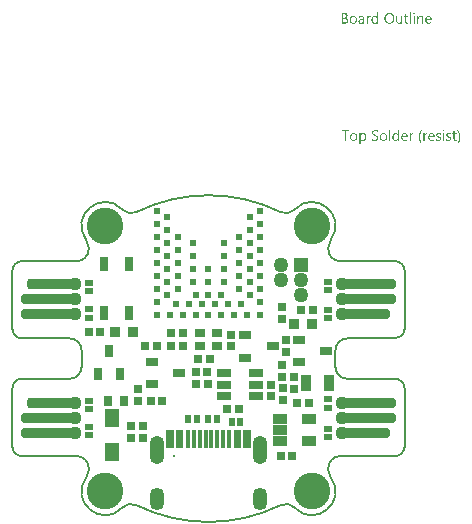
<source format=gts>
G04*
G04 #@! TF.GenerationSoftware,Altium Limited,Altium Designer,21.8.1 (53)*
G04*
G04 Layer_Color=8388736*
%FSAX25Y25*%
%MOIN*%
G70*
G04*
G04 #@! TF.SameCoordinates,7A0B2967-6A00-4F57-884A-72BECA2B0823*
G04*
G04*
G04 #@! TF.FilePolarity,Negative*
G04*
G01*
G75*
%ADD12C,0.00787*%
%ADD30R,0.04921X0.05906*%
G04:AMPARAMS|DCode=31|XSize=35.43mil|YSize=169.29mil|CornerRadius=13.82mil|HoleSize=0mil|Usage=FLASHONLY|Rotation=270.000|XOffset=0mil|YOffset=0mil|HoleType=Round|Shape=RoundedRectangle|*
%AMROUNDEDRECTD31*
21,1,0.03543,0.14165,0,0,270.0*
21,1,0.00780,0.16929,0,0,270.0*
1,1,0.02764,-0.07083,-0.00390*
1,1,0.02764,-0.07083,0.00390*
1,1,0.02764,0.07083,0.00390*
1,1,0.02764,0.07083,-0.00390*
%
%ADD31ROUNDEDRECTD31*%
G04:AMPARAMS|DCode=32|XSize=35.43mil|YSize=188.98mil|CornerRadius=13.82mil|HoleSize=0mil|Usage=FLASHONLY|Rotation=270.000|XOffset=0mil|YOffset=0mil|HoleType=Round|Shape=RoundedRectangle|*
%AMROUNDEDRECTD32*
21,1,0.03543,0.16134,0,0,270.0*
21,1,0.00780,0.18898,0,0,270.0*
1,1,0.02764,-0.08067,-0.00390*
1,1,0.02764,-0.08067,0.00390*
1,1,0.02764,0.08067,0.00390*
1,1,0.02764,0.08067,-0.00390*
%
%ADD32ROUNDEDRECTD32*%
%ADD33R,0.02165X0.02165*%
%ADD34R,0.03150X0.04724*%
%ADD35R,0.03347X0.05709*%
%ADD36R,0.04134X0.02953*%
%ADD37R,0.02756X0.02559*%
%ADD38R,0.02559X0.02756*%
%ADD39R,0.03150X0.01968*%
%ADD40R,0.01968X0.03150*%
%ADD41R,0.03740X0.03740*%
%ADD42R,0.02559X0.02756*%
%ADD43R,0.03543X0.02953*%
%ADD44R,0.04528X0.03347*%
%ADD45R,0.01575X0.06102*%
%ADD46R,0.04528X0.02953*%
%ADD47R,0.02953X0.03740*%
%ADD48R,0.02953X0.04134*%
%ADD49C,0.04370*%
%ADD50C,0.00591*%
%ADD51C,0.12205*%
G04:AMPARAMS|DCode=52|XSize=49.21mil|YSize=72.84mil|CornerRadius=22.44mil|HoleSize=0mil|Usage=FLASHONLY|Rotation=0.000|XOffset=0mil|YOffset=0mil|HoleType=Round|Shape=RoundedRectangle|*
%AMROUNDEDRECTD52*
21,1,0.04921,0.02795,0,0,0.0*
21,1,0.00433,0.07284,0,0,0.0*
1,1,0.04488,0.00217,-0.01398*
1,1,0.04488,-0.00217,-0.01398*
1,1,0.04488,-0.00217,0.01398*
1,1,0.04488,0.00217,0.01398*
%
%ADD52ROUNDEDRECTD52*%
G04:AMPARAMS|DCode=53|XSize=49.21mil|YSize=92.52mil|CornerRadius=22.44mil|HoleSize=0mil|Usage=FLASHONLY|Rotation=0.000|XOffset=0mil|YOffset=0mil|HoleType=Round|Shape=RoundedRectangle|*
%AMROUNDEDRECTD53*
21,1,0.04921,0.04764,0,0,0.0*
21,1,0.00433,0.09252,0,0,0.0*
1,1,0.04488,0.00217,-0.02382*
1,1,0.04488,-0.00217,-0.02382*
1,1,0.04488,-0.00217,0.02382*
1,1,0.04488,0.00217,0.02382*
%
%ADD53ROUNDEDRECTD53*%
G04:AMPARAMS|DCode=54|XSize=5.91mil|YSize=5.91mil|CornerRadius=0mil|HoleSize=0mil|Usage=FLASHONLY|Rotation=0.000|XOffset=0mil|YOffset=0mil|HoleType=Round|Shape=RoundedRectangle|*
%AMROUNDEDRECTD54*
21,1,0.00591,0.00591,0,0,0.0*
21,1,0.00591,0.00591,0,0,0.0*
1,1,0.00000,0.00295,-0.00295*
1,1,0.00000,-0.00295,-0.00295*
1,1,0.00000,-0.00295,0.00295*
1,1,0.00000,0.00295,0.00295*
%
%ADD54ROUNDEDRECTD54*%
%ADD55R,0.04961X0.04961*%
%ADD56C,0.04961*%
G36*
X0068599Y0167500D02*
X0068624D01*
X0068679Y0167475D01*
X0068710Y0167456D01*
X0068741Y0167432D01*
X0068747Y0167426D01*
X0068754Y0167419D01*
X0068785Y0167382D01*
X0068809Y0167320D01*
X0068815Y0167283D01*
X0068822Y0167246D01*
Y0167240D01*
Y0167227D01*
X0068815Y0167209D01*
X0068809Y0167184D01*
X0068791Y0167122D01*
X0068766Y0167091D01*
X0068741Y0167060D01*
X0068735D01*
X0068729Y0167048D01*
X0068692Y0167023D01*
X0068636Y0166998D01*
X0068599Y0166992D01*
X0068562Y0166986D01*
X0068543D01*
X0068525Y0166992D01*
X0068500D01*
X0068438Y0167017D01*
X0068407Y0167029D01*
X0068376Y0167054D01*
Y0167060D01*
X0068364Y0167066D01*
X0068351Y0167085D01*
X0068339Y0167104D01*
X0068314Y0167166D01*
X0068308Y0167203D01*
X0068302Y0167246D01*
Y0167252D01*
Y0167264D01*
X0068308Y0167283D01*
X0068314Y0167314D01*
X0068333Y0167370D01*
X0068351Y0167401D01*
X0068376Y0167432D01*
X0068382Y0167438D01*
X0068388Y0167444D01*
X0068426Y0167469D01*
X0068487Y0167493D01*
X0068525Y0167506D01*
X0068580D01*
X0068599Y0167500D01*
D02*
G37*
G36*
X0056609Y0163835D02*
X0056207D01*
Y0164256D01*
X0056194D01*
Y0164250D01*
X0056182Y0164238D01*
X0056163Y0164213D01*
X0056145Y0164182D01*
X0056114Y0164145D01*
X0056077Y0164108D01*
X0056033Y0164064D01*
X0055984Y0164021D01*
X0055928Y0163971D01*
X0055860Y0163928D01*
X0055792Y0163891D01*
X0055711Y0163854D01*
X0055631Y0163823D01*
X0055538Y0163798D01*
X0055439Y0163786D01*
X0055334Y0163779D01*
X0055290D01*
X0055253Y0163786D01*
X0055216Y0163792D01*
X0055167Y0163798D01*
X0055061Y0163823D01*
X0054937Y0163860D01*
X0054814Y0163922D01*
X0054746Y0163959D01*
X0054690Y0164002D01*
X0054628Y0164058D01*
X0054572Y0164114D01*
Y0164120D01*
X0054560Y0164132D01*
X0054548Y0164151D01*
X0054529Y0164176D01*
X0054510Y0164207D01*
X0054486Y0164250D01*
X0054461Y0164299D01*
X0054436Y0164355D01*
X0054405Y0164417D01*
X0054380Y0164485D01*
X0054356Y0164559D01*
X0054337Y0164640D01*
X0054318Y0164727D01*
X0054306Y0164826D01*
X0054300Y0164925D01*
X0054294Y0165030D01*
Y0165036D01*
Y0165055D01*
Y0165092D01*
X0054300Y0165135D01*
X0054306Y0165185D01*
X0054312Y0165247D01*
X0054318Y0165315D01*
X0054331Y0165389D01*
X0054368Y0165550D01*
X0054424Y0165717D01*
X0054461Y0165797D01*
X0054504Y0165878D01*
X0054548Y0165952D01*
X0054603Y0166026D01*
X0054610Y0166033D01*
X0054616Y0166045D01*
X0054634Y0166064D01*
X0054659Y0166088D01*
X0054690Y0166113D01*
X0054733Y0166144D01*
X0054777Y0166181D01*
X0054826Y0166218D01*
X0054950Y0166287D01*
X0055092Y0166348D01*
X0055173Y0166367D01*
X0055259Y0166385D01*
X0055346Y0166398D01*
X0055445Y0166404D01*
X0055495D01*
X0055532Y0166398D01*
X0055569Y0166392D01*
X0055618Y0166385D01*
X0055730Y0166355D01*
X0055854Y0166305D01*
X0055915Y0166274D01*
X0055977Y0166231D01*
X0056039Y0166187D01*
X0056095Y0166132D01*
X0056145Y0166070D01*
X0056194Y0165996D01*
X0056207D01*
Y0167555D01*
X0056609D01*
Y0163835D01*
D02*
G37*
G36*
X0070877Y0166398D02*
X0070951Y0166392D01*
X0071044Y0166373D01*
X0071143Y0166342D01*
X0071248Y0166293D01*
X0071353Y0166225D01*
X0071397Y0166187D01*
X0071440Y0166138D01*
X0071452Y0166126D01*
X0071477Y0166088D01*
X0071508Y0166026D01*
X0071552Y0165940D01*
X0071589Y0165835D01*
X0071626Y0165705D01*
X0071650Y0165550D01*
X0071657Y0165370D01*
Y0163835D01*
X0071254D01*
Y0165265D01*
Y0165271D01*
Y0165302D01*
X0071248Y0165339D01*
Y0165389D01*
X0071236Y0165451D01*
X0071223Y0165519D01*
X0071205Y0165593D01*
X0071180Y0165667D01*
X0071149Y0165742D01*
X0071112Y0165810D01*
X0071062Y0165878D01*
X0071007Y0165940D01*
X0070945Y0165989D01*
X0070864Y0166026D01*
X0070778Y0166058D01*
X0070673Y0166064D01*
X0070660D01*
X0070623Y0166058D01*
X0070567Y0166051D01*
X0070499Y0166033D01*
X0070419Y0166008D01*
X0070332Y0165965D01*
X0070252Y0165909D01*
X0070171Y0165835D01*
X0070165Y0165822D01*
X0070140Y0165797D01*
X0070109Y0165748D01*
X0070072Y0165680D01*
X0070035Y0165599D01*
X0070004Y0165500D01*
X0069979Y0165389D01*
X0069973Y0165265D01*
Y0163835D01*
X0069571D01*
Y0166348D01*
X0069973D01*
Y0165928D01*
X0069985D01*
X0069992Y0165934D01*
X0069998Y0165946D01*
X0070016Y0165971D01*
X0070041Y0166002D01*
X0070066Y0166039D01*
X0070103Y0166076D01*
X0070146Y0166119D01*
X0070196Y0166169D01*
X0070252Y0166212D01*
X0070314Y0166255D01*
X0070382Y0166293D01*
X0070456Y0166330D01*
X0070530Y0166361D01*
X0070617Y0166385D01*
X0070710Y0166398D01*
X0070809Y0166404D01*
X0070846D01*
X0070877Y0166398D01*
D02*
G37*
G36*
X0053879Y0166385D02*
X0053953Y0166379D01*
X0053997Y0166367D01*
X0054028Y0166355D01*
Y0165940D01*
X0054021Y0165946D01*
X0054009Y0165952D01*
X0053984Y0165965D01*
X0053953Y0165983D01*
X0053910Y0165996D01*
X0053854Y0166008D01*
X0053792Y0166014D01*
X0053724Y0166020D01*
X0053712D01*
X0053681Y0166014D01*
X0053631Y0166008D01*
X0053576Y0165989D01*
X0053501Y0165958D01*
X0053433Y0165915D01*
X0053359Y0165853D01*
X0053291Y0165773D01*
X0053285Y0165760D01*
X0053266Y0165729D01*
X0053235Y0165674D01*
X0053204Y0165599D01*
X0053173Y0165506D01*
X0053142Y0165389D01*
X0053124Y0165259D01*
X0053118Y0165110D01*
Y0163835D01*
X0052715D01*
Y0166348D01*
X0053118D01*
Y0165828D01*
X0053130D01*
Y0165835D01*
X0053136Y0165841D01*
X0053149Y0165872D01*
X0053167Y0165921D01*
X0053198Y0165983D01*
X0053229Y0166045D01*
X0053279Y0166113D01*
X0053328Y0166181D01*
X0053390Y0166243D01*
X0053396Y0166249D01*
X0053421Y0166268D01*
X0053458Y0166293D01*
X0053508Y0166317D01*
X0053563Y0166342D01*
X0053631Y0166367D01*
X0053706Y0166385D01*
X0053786Y0166392D01*
X0053842D01*
X0053879Y0166385D01*
D02*
G37*
G36*
X0064619Y0163835D02*
X0064216D01*
Y0164231D01*
X0064204D01*
Y0164225D01*
X0064192Y0164213D01*
X0064179Y0164188D01*
X0064154Y0164163D01*
X0064099Y0164089D01*
X0064012Y0164009D01*
X0063963Y0163965D01*
X0063907Y0163922D01*
X0063845Y0163885D01*
X0063771Y0163848D01*
X0063696Y0163823D01*
X0063616Y0163798D01*
X0063523Y0163786D01*
X0063430Y0163779D01*
X0063393D01*
X0063350Y0163786D01*
X0063288Y0163798D01*
X0063220Y0163811D01*
X0063146Y0163835D01*
X0063065Y0163866D01*
X0062985Y0163916D01*
X0062898Y0163971D01*
X0062817Y0164040D01*
X0062743Y0164126D01*
X0062675Y0164231D01*
X0062613Y0164349D01*
X0062570Y0164491D01*
X0062545Y0164658D01*
X0062533Y0164745D01*
Y0164844D01*
Y0166348D01*
X0062929D01*
Y0164906D01*
Y0164900D01*
Y0164875D01*
X0062935Y0164832D01*
X0062941Y0164782D01*
X0062947Y0164720D01*
X0062960Y0164658D01*
X0062978Y0164584D01*
X0063003Y0164510D01*
X0063040Y0164436D01*
X0063077Y0164368D01*
X0063127Y0164299D01*
X0063189Y0164238D01*
X0063257Y0164188D01*
X0063337Y0164151D01*
X0063436Y0164120D01*
X0063542Y0164114D01*
X0063554D01*
X0063591Y0164120D01*
X0063647Y0164126D01*
X0063709Y0164139D01*
X0063789Y0164170D01*
X0063870Y0164207D01*
X0063950Y0164256D01*
X0064024Y0164330D01*
X0064031Y0164343D01*
X0064055Y0164368D01*
X0064086Y0164417D01*
X0064123Y0164485D01*
X0064154Y0164566D01*
X0064185Y0164665D01*
X0064210Y0164776D01*
X0064216Y0164900D01*
Y0166348D01*
X0064619D01*
Y0163835D01*
D02*
G37*
G36*
X0068754D02*
X0068351D01*
Y0166348D01*
X0068754D01*
Y0163835D01*
D02*
G37*
G36*
X0067534D02*
X0067132D01*
Y0167555D01*
X0067534D01*
Y0163835D01*
D02*
G37*
G36*
X0051155Y0166398D02*
X0051211Y0166392D01*
X0051279Y0166373D01*
X0051354Y0166355D01*
X0051434Y0166324D01*
X0051521Y0166287D01*
X0051601Y0166237D01*
X0051682Y0166175D01*
X0051756Y0166101D01*
X0051824Y0166008D01*
X0051880Y0165903D01*
X0051923Y0165779D01*
X0051948Y0165637D01*
X0051960Y0165469D01*
Y0163835D01*
X0051558D01*
Y0164225D01*
X0051545D01*
Y0164219D01*
X0051533Y0164207D01*
X0051521Y0164182D01*
X0051496Y0164157D01*
X0051434Y0164083D01*
X0051354Y0164002D01*
X0051242Y0163922D01*
X0051112Y0163848D01*
X0051032Y0163823D01*
X0050951Y0163798D01*
X0050864Y0163786D01*
X0050772Y0163779D01*
X0050735D01*
X0050710Y0163786D01*
X0050642Y0163792D01*
X0050561Y0163804D01*
X0050462Y0163829D01*
X0050369Y0163860D01*
X0050270Y0163909D01*
X0050184Y0163971D01*
X0050177Y0163984D01*
X0050153Y0164009D01*
X0050116Y0164052D01*
X0050078Y0164114D01*
X0050041Y0164188D01*
X0050004Y0164275D01*
X0049979Y0164380D01*
X0049973Y0164498D01*
Y0164504D01*
Y0164529D01*
X0049979Y0164566D01*
X0049986Y0164609D01*
X0049998Y0164665D01*
X0050016Y0164727D01*
X0050041Y0164795D01*
X0050078Y0164863D01*
X0050122Y0164937D01*
X0050177Y0165011D01*
X0050245Y0165079D01*
X0050326Y0165141D01*
X0050419Y0165203D01*
X0050530Y0165253D01*
X0050654Y0165290D01*
X0050803Y0165321D01*
X0051558Y0165426D01*
Y0165432D01*
Y0165451D01*
X0051552Y0165488D01*
Y0165525D01*
X0051539Y0165575D01*
X0051533Y0165630D01*
X0051496Y0165748D01*
X0051465Y0165804D01*
X0051434Y0165859D01*
X0051391Y0165915D01*
X0051341Y0165965D01*
X0051279Y0166008D01*
X0051211Y0166039D01*
X0051131Y0166058D01*
X0051038Y0166064D01*
X0050994D01*
X0050963Y0166058D01*
X0050920D01*
X0050877Y0166045D01*
X0050766Y0166026D01*
X0050642Y0165989D01*
X0050506Y0165934D01*
X0050431Y0165896D01*
X0050363Y0165859D01*
X0050289Y0165810D01*
X0050221Y0165754D01*
Y0166169D01*
X0050227D01*
X0050239Y0166181D01*
X0050258Y0166194D01*
X0050289Y0166206D01*
X0050320Y0166225D01*
X0050363Y0166243D01*
X0050413Y0166262D01*
X0050468Y0166287D01*
X0050592Y0166330D01*
X0050741Y0166367D01*
X0050902Y0166392D01*
X0051075Y0166404D01*
X0051112D01*
X0051155Y0166398D01*
D02*
G37*
G36*
X0045467Y0167345D02*
X0045510D01*
X0045553Y0167339D01*
X0045652Y0167326D01*
X0045770Y0167296D01*
X0045894Y0167258D01*
X0046011Y0167203D01*
X0046117Y0167128D01*
X0046123D01*
X0046129Y0167116D01*
X0046160Y0167091D01*
X0046203Y0167042D01*
X0046253Y0166974D01*
X0046296Y0166887D01*
X0046340Y0166788D01*
X0046371Y0166676D01*
X0046383Y0166615D01*
Y0166546D01*
Y0166540D01*
Y0166534D01*
Y0166497D01*
X0046377Y0166441D01*
X0046364Y0166373D01*
X0046346Y0166287D01*
X0046315Y0166200D01*
X0046278Y0166113D01*
X0046222Y0166026D01*
X0046216Y0166014D01*
X0046191Y0165989D01*
X0046154Y0165952D01*
X0046104Y0165903D01*
X0046042Y0165853D01*
X0045968Y0165797D01*
X0045875Y0165754D01*
X0045776Y0165711D01*
Y0165705D01*
X0045795D01*
X0045814Y0165698D01*
X0045832Y0165692D01*
X0045900Y0165680D01*
X0045981Y0165655D01*
X0046067Y0165618D01*
X0046160Y0165575D01*
X0046253Y0165513D01*
X0046340Y0165432D01*
X0046352Y0165420D01*
X0046377Y0165389D01*
X0046408Y0165346D01*
X0046451Y0165278D01*
X0046488Y0165191D01*
X0046525Y0165092D01*
X0046550Y0164974D01*
X0046556Y0164844D01*
Y0164838D01*
Y0164826D01*
Y0164801D01*
X0046550Y0164770D01*
X0046544Y0164733D01*
X0046538Y0164690D01*
X0046513Y0164584D01*
X0046476Y0164467D01*
X0046420Y0164343D01*
X0046383Y0164287D01*
X0046340Y0164225D01*
X0046284Y0164170D01*
X0046228Y0164114D01*
X0046222D01*
X0046216Y0164101D01*
X0046197Y0164089D01*
X0046172Y0164070D01*
X0046141Y0164052D01*
X0046098Y0164027D01*
X0046005Y0163978D01*
X0045888Y0163922D01*
X0045752Y0163879D01*
X0045591Y0163848D01*
X0045510Y0163841D01*
X0045417Y0163835D01*
X0044390D01*
Y0167351D01*
X0045436D01*
X0045467Y0167345D01*
D02*
G37*
G36*
X0065962Y0166348D02*
X0066600D01*
Y0166002D01*
X0065962D01*
Y0164584D01*
Y0164572D01*
Y0164541D01*
X0065968Y0164498D01*
X0065974Y0164442D01*
X0065999Y0164324D01*
X0066018Y0164269D01*
X0066049Y0164225D01*
X0066055Y0164219D01*
X0066067Y0164207D01*
X0066086Y0164194D01*
X0066117Y0164176D01*
X0066154Y0164151D01*
X0066203Y0164139D01*
X0066265Y0164126D01*
X0066333Y0164120D01*
X0066358D01*
X0066389Y0164126D01*
X0066426Y0164132D01*
X0066513Y0164157D01*
X0066556Y0164176D01*
X0066600Y0164200D01*
Y0163854D01*
X0066593D01*
X0066575Y0163841D01*
X0066544Y0163835D01*
X0066500Y0163823D01*
X0066445Y0163811D01*
X0066383Y0163798D01*
X0066309Y0163792D01*
X0066222Y0163786D01*
X0066191D01*
X0066160Y0163792D01*
X0066117Y0163798D01*
X0066067Y0163811D01*
X0066011Y0163823D01*
X0065956Y0163848D01*
X0065894Y0163879D01*
X0065832Y0163916D01*
X0065770Y0163965D01*
X0065714Y0164021D01*
X0065665Y0164095D01*
X0065622Y0164176D01*
X0065591Y0164275D01*
X0065566Y0164386D01*
X0065560Y0164516D01*
Y0166002D01*
X0065132D01*
Y0166348D01*
X0065560D01*
Y0166961D01*
X0065962Y0167091D01*
Y0166348D01*
D02*
G37*
G36*
X0073489Y0166398D02*
X0073532Y0166392D01*
X0073576Y0166385D01*
X0073687Y0166367D01*
X0073811Y0166324D01*
X0073935Y0166268D01*
X0073997Y0166231D01*
X0074058Y0166187D01*
X0074114Y0166138D01*
X0074170Y0166082D01*
X0074176Y0166076D01*
X0074182Y0166070D01*
X0074195Y0166051D01*
X0074213Y0166026D01*
X0074232Y0165989D01*
X0074256Y0165952D01*
X0074281Y0165909D01*
X0074306Y0165853D01*
X0074331Y0165791D01*
X0074356Y0165729D01*
X0074380Y0165655D01*
X0074399Y0165575D01*
X0074417Y0165488D01*
X0074430Y0165401D01*
X0074442Y0165302D01*
Y0165197D01*
Y0164987D01*
X0072666D01*
Y0164980D01*
Y0164968D01*
Y0164950D01*
X0072672Y0164918D01*
X0072678Y0164881D01*
Y0164844D01*
X0072697Y0164745D01*
X0072728Y0164646D01*
X0072765Y0164535D01*
X0072820Y0164429D01*
X0072888Y0164337D01*
X0072901Y0164324D01*
X0072926Y0164299D01*
X0072975Y0164269D01*
X0073043Y0164225D01*
X0073130Y0164182D01*
X0073229Y0164151D01*
X0073347Y0164126D01*
X0073483Y0164114D01*
X0073526D01*
X0073557Y0164120D01*
X0073594D01*
X0073637Y0164126D01*
X0073743Y0164151D01*
X0073860Y0164182D01*
X0073990Y0164231D01*
X0074126Y0164299D01*
X0074195Y0164343D01*
X0074263Y0164392D01*
Y0164015D01*
X0074256D01*
X0074250Y0164002D01*
X0074232Y0163996D01*
X0074201Y0163978D01*
X0074170Y0163959D01*
X0074133Y0163941D01*
X0074083Y0163922D01*
X0074034Y0163897D01*
X0073972Y0163872D01*
X0073904Y0163854D01*
X0073755Y0163817D01*
X0073582Y0163792D01*
X0073390Y0163779D01*
X0073340D01*
X0073303Y0163786D01*
X0073260Y0163792D01*
X0073204Y0163798D01*
X0073087Y0163823D01*
X0072950Y0163860D01*
X0072814Y0163922D01*
X0072746Y0163965D01*
X0072678Y0164009D01*
X0072616Y0164058D01*
X0072554Y0164120D01*
X0072548Y0164126D01*
X0072542Y0164139D01*
X0072530Y0164157D01*
X0072505Y0164182D01*
X0072486Y0164219D01*
X0072461Y0164262D01*
X0072430Y0164312D01*
X0072406Y0164368D01*
X0072375Y0164429D01*
X0072350Y0164504D01*
X0072319Y0164584D01*
X0072300Y0164671D01*
X0072282Y0164764D01*
X0072263Y0164863D01*
X0072257Y0164968D01*
X0072251Y0165079D01*
Y0165086D01*
Y0165104D01*
Y0165135D01*
X0072257Y0165179D01*
X0072263Y0165228D01*
X0072269Y0165284D01*
X0072276Y0165352D01*
X0072294Y0165420D01*
X0072331Y0165568D01*
X0072387Y0165729D01*
X0072424Y0165810D01*
X0072474Y0165884D01*
X0072523Y0165965D01*
X0072579Y0166033D01*
X0072585Y0166039D01*
X0072598Y0166051D01*
X0072616Y0166070D01*
X0072641Y0166088D01*
X0072672Y0166119D01*
X0072709Y0166150D01*
X0072759Y0166181D01*
X0072808Y0166218D01*
X0072926Y0166287D01*
X0073068Y0166348D01*
X0073149Y0166367D01*
X0073229Y0166385D01*
X0073316Y0166398D01*
X0073409Y0166404D01*
X0073458D01*
X0073489Y0166398D01*
D02*
G37*
G36*
X0060447Y0167407D02*
X0060509Y0167401D01*
X0060583Y0167388D01*
X0060663Y0167370D01*
X0060750Y0167351D01*
X0060837Y0167326D01*
X0060936Y0167296D01*
X0061028Y0167252D01*
X0061128Y0167203D01*
X0061227Y0167147D01*
X0061319Y0167079D01*
X0061412Y0167005D01*
X0061499Y0166918D01*
X0061505Y0166912D01*
X0061518Y0166893D01*
X0061542Y0166868D01*
X0061567Y0166831D01*
X0061604Y0166782D01*
X0061641Y0166720D01*
X0061678Y0166652D01*
X0061722Y0166577D01*
X0061765Y0166485D01*
X0061802Y0166392D01*
X0061839Y0166287D01*
X0061876Y0166169D01*
X0061901Y0166051D01*
X0061926Y0165921D01*
X0061938Y0165779D01*
X0061945Y0165637D01*
Y0165624D01*
Y0165599D01*
Y0165556D01*
X0061938Y0165494D01*
X0061932Y0165420D01*
X0061920Y0165339D01*
X0061908Y0165247D01*
X0061889Y0165141D01*
X0061864Y0165036D01*
X0061833Y0164925D01*
X0061796Y0164813D01*
X0061753Y0164702D01*
X0061697Y0164584D01*
X0061635Y0164479D01*
X0061567Y0164374D01*
X0061487Y0164275D01*
X0061480Y0164269D01*
X0061468Y0164256D01*
X0061437Y0164231D01*
X0061406Y0164200D01*
X0061357Y0164157D01*
X0061301Y0164120D01*
X0061239Y0164070D01*
X0061165Y0164027D01*
X0061084Y0163984D01*
X0060991Y0163934D01*
X0060892Y0163897D01*
X0060781Y0163860D01*
X0060663Y0163823D01*
X0060540Y0163798D01*
X0060409Y0163786D01*
X0060267Y0163779D01*
X0060236D01*
X0060193Y0163786D01*
X0060143D01*
X0060081Y0163792D01*
X0060007Y0163804D01*
X0059927Y0163823D01*
X0059834Y0163841D01*
X0059741Y0163866D01*
X0059642Y0163897D01*
X0059543Y0163941D01*
X0059444Y0163984D01*
X0059345Y0164040D01*
X0059246Y0164108D01*
X0059153Y0164182D01*
X0059066Y0164269D01*
X0059060Y0164275D01*
X0059048Y0164293D01*
X0059023Y0164318D01*
X0058998Y0164355D01*
X0058961Y0164405D01*
X0058924Y0164467D01*
X0058887Y0164535D01*
X0058843Y0164615D01*
X0058800Y0164702D01*
X0058763Y0164795D01*
X0058726Y0164900D01*
X0058689Y0165017D01*
X0058664Y0165135D01*
X0058639Y0165265D01*
X0058627Y0165408D01*
X0058621Y0165550D01*
Y0165562D01*
Y0165587D01*
X0058627Y0165630D01*
Y0165692D01*
X0058633Y0165760D01*
X0058645Y0165847D01*
X0058658Y0165940D01*
X0058676Y0166039D01*
X0058701Y0166144D01*
X0058732Y0166255D01*
X0058769Y0166367D01*
X0058812Y0166478D01*
X0058868Y0166590D01*
X0058930Y0166701D01*
X0058998Y0166806D01*
X0059079Y0166905D01*
X0059085Y0166912D01*
X0059097Y0166930D01*
X0059128Y0166955D01*
X0059165Y0166986D01*
X0059209Y0167023D01*
X0059264Y0167066D01*
X0059332Y0167110D01*
X0059407Y0167159D01*
X0059493Y0167209D01*
X0059586Y0167252D01*
X0059685Y0167296D01*
X0059797Y0167333D01*
X0059921Y0167364D01*
X0060050Y0167394D01*
X0060187Y0167407D01*
X0060329Y0167413D01*
X0060397D01*
X0060447Y0167407D01*
D02*
G37*
G36*
X0048419Y0166398D02*
X0048463Y0166392D01*
X0048518Y0166385D01*
X0048642Y0166361D01*
X0048785Y0166317D01*
X0048927Y0166255D01*
X0049001Y0166218D01*
X0049069Y0166175D01*
X0049137Y0166119D01*
X0049199Y0166058D01*
X0049206Y0166051D01*
X0049212Y0166039D01*
X0049230Y0166020D01*
X0049249Y0165996D01*
X0049274Y0165958D01*
X0049298Y0165915D01*
X0049329Y0165866D01*
X0049360Y0165810D01*
X0049385Y0165742D01*
X0049416Y0165674D01*
X0049441Y0165593D01*
X0049466Y0165506D01*
X0049484Y0165414D01*
X0049503Y0165315D01*
X0049509Y0165209D01*
X0049515Y0165098D01*
Y0165092D01*
Y0165073D01*
Y0165042D01*
X0049509Y0164999D01*
X0049503Y0164950D01*
X0049496Y0164888D01*
X0049484Y0164826D01*
X0049472Y0164751D01*
X0049435Y0164603D01*
X0049373Y0164442D01*
X0049336Y0164361D01*
X0049286Y0164281D01*
X0049237Y0164207D01*
X0049175Y0164139D01*
X0049168Y0164132D01*
X0049156Y0164126D01*
X0049137Y0164108D01*
X0049113Y0164083D01*
X0049076Y0164058D01*
X0049038Y0164027D01*
X0048989Y0163990D01*
X0048933Y0163959D01*
X0048871Y0163928D01*
X0048803Y0163891D01*
X0048729Y0163860D01*
X0048649Y0163835D01*
X0048562Y0163811D01*
X0048469Y0163798D01*
X0048370Y0163786D01*
X0048265Y0163779D01*
X0048209D01*
X0048172Y0163786D01*
X0048129Y0163792D01*
X0048073Y0163798D01*
X0048011Y0163811D01*
X0047943Y0163823D01*
X0047800Y0163866D01*
X0047652Y0163928D01*
X0047578Y0163965D01*
X0047510Y0164015D01*
X0047441Y0164064D01*
X0047373Y0164126D01*
X0047367Y0164132D01*
X0047361Y0164145D01*
X0047342Y0164163D01*
X0047324Y0164188D01*
X0047299Y0164225D01*
X0047268Y0164269D01*
X0047237Y0164318D01*
X0047212Y0164374D01*
X0047181Y0164442D01*
X0047150Y0164510D01*
X0047120Y0164584D01*
X0047095Y0164671D01*
X0047058Y0164857D01*
X0047052Y0164956D01*
X0047045Y0165061D01*
Y0165067D01*
Y0165092D01*
Y0165123D01*
X0047052Y0165166D01*
X0047058Y0165216D01*
X0047064Y0165278D01*
X0047076Y0165346D01*
X0047089Y0165420D01*
X0047126Y0165581D01*
X0047188Y0165742D01*
X0047231Y0165822D01*
X0047274Y0165903D01*
X0047324Y0165977D01*
X0047386Y0166045D01*
X0047392Y0166051D01*
X0047404Y0166064D01*
X0047423Y0166076D01*
X0047448Y0166101D01*
X0047485Y0166126D01*
X0047528Y0166156D01*
X0047578Y0166194D01*
X0047633Y0166225D01*
X0047695Y0166255D01*
X0047769Y0166293D01*
X0047844Y0166324D01*
X0047930Y0166348D01*
X0048017Y0166373D01*
X0048116Y0166392D01*
X0048221Y0166398D01*
X0048327Y0166404D01*
X0048382D01*
X0048419Y0166398D01*
D02*
G37*
G36*
X0078416Y0128438D02*
X0078441D01*
X0078497Y0128413D01*
X0078528Y0128395D01*
X0078559Y0128370D01*
X0078565Y0128364D01*
X0078571Y0128357D01*
X0078602Y0128320D01*
X0078627Y0128258D01*
X0078633Y0128221D01*
X0078639Y0128184D01*
Y0128178D01*
Y0128165D01*
X0078633Y0128147D01*
X0078627Y0128122D01*
X0078608Y0128060D01*
X0078583Y0128029D01*
X0078559Y0127998D01*
X0078552D01*
X0078546Y0127986D01*
X0078509Y0127961D01*
X0078453Y0127936D01*
X0078416Y0127930D01*
X0078379Y0127924D01*
X0078360D01*
X0078342Y0127930D01*
X0078317D01*
X0078255Y0127955D01*
X0078224Y0127967D01*
X0078193Y0127992D01*
Y0127998D01*
X0078181Y0128005D01*
X0078169Y0128023D01*
X0078156Y0128042D01*
X0078131Y0128104D01*
X0078125Y0128141D01*
X0078119Y0128184D01*
Y0128190D01*
Y0128203D01*
X0078125Y0128221D01*
X0078131Y0128252D01*
X0078150Y0128308D01*
X0078169Y0128339D01*
X0078193Y0128370D01*
X0078199Y0128376D01*
X0078206Y0128382D01*
X0078243Y0128407D01*
X0078305Y0128432D01*
X0078342Y0128444D01*
X0078398D01*
X0078416Y0128438D01*
D02*
G37*
G36*
X0055848Y0128345D02*
X0055897D01*
X0056008Y0128333D01*
X0056132Y0128320D01*
X0056256Y0128296D01*
X0056374Y0128265D01*
X0056423Y0128246D01*
X0056473Y0128221D01*
Y0127757D01*
X0056466D01*
X0056460Y0127769D01*
X0056442Y0127776D01*
X0056417Y0127794D01*
X0056386Y0127806D01*
X0056349Y0127825D01*
X0056256Y0127868D01*
X0056145Y0127905D01*
X0056008Y0127943D01*
X0055848Y0127967D01*
X0055674Y0127974D01*
X0055625D01*
X0055588Y0127967D01*
X0055550D01*
X0055501Y0127961D01*
X0055402Y0127943D01*
X0055396D01*
X0055377Y0127936D01*
X0055352Y0127930D01*
X0055321Y0127924D01*
X0055247Y0127893D01*
X0055160Y0127856D01*
X0055154D01*
X0055142Y0127844D01*
X0055123Y0127831D01*
X0055098Y0127813D01*
X0055043Y0127757D01*
X0054987Y0127689D01*
Y0127683D01*
X0054975Y0127670D01*
X0054969Y0127652D01*
X0054956Y0127621D01*
X0054944Y0127584D01*
X0054937Y0127547D01*
X0054925Y0127447D01*
Y0127441D01*
Y0127423D01*
Y0127398D01*
X0054931Y0127367D01*
X0054944Y0127293D01*
X0054975Y0127212D01*
Y0127206D01*
X0054987Y0127194D01*
X0054993Y0127175D01*
X0055012Y0127150D01*
X0055061Y0127095D01*
X0055123Y0127033D01*
X0055129Y0127027D01*
X0055142Y0127020D01*
X0055160Y0127002D01*
X0055191Y0126983D01*
X0055228Y0126959D01*
X0055266Y0126934D01*
X0055365Y0126872D01*
X0055371Y0126866D01*
X0055389Y0126859D01*
X0055420Y0126841D01*
X0055458Y0126822D01*
X0055507Y0126797D01*
X0055563Y0126773D01*
X0055686Y0126711D01*
X0055693Y0126705D01*
X0055717Y0126692D01*
X0055755Y0126674D01*
X0055804Y0126649D01*
X0055860Y0126624D01*
X0055922Y0126587D01*
X0056046Y0126513D01*
X0056052Y0126507D01*
X0056077Y0126494D01*
X0056107Y0126476D01*
X0056151Y0126445D01*
X0056244Y0126370D01*
X0056343Y0126284D01*
X0056349Y0126278D01*
X0056367Y0126265D01*
X0056386Y0126234D01*
X0056417Y0126203D01*
X0056448Y0126160D01*
X0056485Y0126117D01*
X0056547Y0126005D01*
X0056553Y0125999D01*
X0056559Y0125980D01*
X0056572Y0125950D01*
X0056584Y0125906D01*
X0056596Y0125857D01*
X0056609Y0125795D01*
X0056621Y0125733D01*
Y0125659D01*
Y0125646D01*
Y0125615D01*
X0056615Y0125566D01*
X0056609Y0125504D01*
X0056596Y0125436D01*
X0056578Y0125361D01*
X0056553Y0125287D01*
X0056516Y0125219D01*
X0056510Y0125213D01*
X0056497Y0125188D01*
X0056473Y0125157D01*
X0056448Y0125114D01*
X0056405Y0125071D01*
X0056361Y0125021D01*
X0056305Y0124971D01*
X0056244Y0124922D01*
X0056237Y0124916D01*
X0056213Y0124903D01*
X0056176Y0124885D01*
X0056126Y0124860D01*
X0056070Y0124835D01*
X0056002Y0124811D01*
X0055922Y0124786D01*
X0055841Y0124767D01*
X0055829D01*
X0055804Y0124761D01*
X0055761Y0124755D01*
X0055699Y0124742D01*
X0055631Y0124736D01*
X0055550Y0124724D01*
X0055464Y0124718D01*
X0055315D01*
X0055247Y0124724D01*
X0055160Y0124730D01*
X0055142D01*
X0055117Y0124736D01*
X0055086Y0124742D01*
X0055006Y0124749D01*
X0054913Y0124767D01*
X0054907D01*
X0054888Y0124773D01*
X0054863Y0124780D01*
X0054832Y0124786D01*
X0054758Y0124804D01*
X0054671Y0124829D01*
X0054665D01*
X0054653Y0124835D01*
X0054634Y0124841D01*
X0054610Y0124854D01*
X0054548Y0124879D01*
X0054486Y0124916D01*
Y0125399D01*
X0054492Y0125392D01*
X0054504Y0125386D01*
X0054517Y0125374D01*
X0054541Y0125355D01*
X0054610Y0125312D01*
X0054690Y0125262D01*
X0054696D01*
X0054708Y0125256D01*
X0054733Y0125244D01*
X0054764Y0125232D01*
X0054845Y0125194D01*
X0054931Y0125163D01*
X0054937D01*
X0054956Y0125157D01*
X0054981Y0125151D01*
X0055012Y0125145D01*
X0055098Y0125120D01*
X0055191Y0125101D01*
X0055216D01*
X0055241Y0125095D01*
X0055272D01*
X0055346Y0125089D01*
X0055433Y0125083D01*
X0055495D01*
X0055563Y0125089D01*
X0055649Y0125101D01*
X0055742Y0125114D01*
X0055835Y0125139D01*
X0055922Y0125176D01*
X0056002Y0125219D01*
X0056008Y0125225D01*
X0056033Y0125244D01*
X0056064Y0125281D01*
X0056095Y0125324D01*
X0056132Y0125380D01*
X0056157Y0125454D01*
X0056182Y0125535D01*
X0056188Y0125628D01*
Y0125634D01*
Y0125652D01*
Y0125677D01*
X0056182Y0125714D01*
X0056163Y0125795D01*
X0056126Y0125875D01*
Y0125881D01*
X0056114Y0125894D01*
X0056101Y0125912D01*
X0056083Y0125937D01*
X0056027Y0125999D01*
X0055953Y0126067D01*
X0055946Y0126073D01*
X0055934Y0126086D01*
X0055909Y0126098D01*
X0055878Y0126123D01*
X0055841Y0126148D01*
X0055798Y0126179D01*
X0055693Y0126234D01*
X0055686Y0126240D01*
X0055668Y0126247D01*
X0055637Y0126265D01*
X0055594Y0126284D01*
X0055550Y0126315D01*
X0055495Y0126339D01*
X0055365Y0126408D01*
X0055358Y0126414D01*
X0055334Y0126426D01*
X0055296Y0126445D01*
X0055253Y0126463D01*
X0055204Y0126494D01*
X0055148Y0126525D01*
X0055024Y0126593D01*
X0055018Y0126600D01*
X0054999Y0126612D01*
X0054969Y0126630D01*
X0054931Y0126655D01*
X0054839Y0126723D01*
X0054746Y0126804D01*
X0054739Y0126810D01*
X0054727Y0126822D01*
X0054702Y0126847D01*
X0054677Y0126878D01*
X0054647Y0126921D01*
X0054616Y0126965D01*
X0054560Y0127064D01*
Y0127070D01*
X0054548Y0127088D01*
X0054541Y0127119D01*
X0054529Y0127163D01*
X0054517Y0127212D01*
X0054504Y0127274D01*
X0054498Y0127336D01*
X0054492Y0127410D01*
Y0127423D01*
Y0127454D01*
X0054498Y0127497D01*
X0054504Y0127553D01*
X0054517Y0127621D01*
X0054535Y0127689D01*
X0054560Y0127757D01*
X0054597Y0127825D01*
X0054603Y0127831D01*
X0054616Y0127856D01*
X0054640Y0127887D01*
X0054671Y0127930D01*
X0054708Y0127974D01*
X0054758Y0128023D01*
X0054814Y0128073D01*
X0054876Y0128116D01*
X0054882Y0128122D01*
X0054907Y0128135D01*
X0054944Y0128159D01*
X0054987Y0128184D01*
X0055049Y0128209D01*
X0055111Y0128240D01*
X0055185Y0128265D01*
X0055266Y0128289D01*
X0055278D01*
X0055303Y0128302D01*
X0055346Y0128308D01*
X0055408Y0128320D01*
X0055476Y0128333D01*
X0055550Y0128339D01*
X0055717Y0128351D01*
X0055804D01*
X0055848Y0128345D01*
D02*
G37*
G36*
X0063579Y0124773D02*
X0063176D01*
Y0125194D01*
X0063164D01*
Y0125188D01*
X0063152Y0125176D01*
X0063133Y0125151D01*
X0063115Y0125120D01*
X0063084Y0125083D01*
X0063046Y0125046D01*
X0063003Y0125002D01*
X0062954Y0124959D01*
X0062898Y0124910D01*
X0062830Y0124866D01*
X0062762Y0124829D01*
X0062681Y0124792D01*
X0062601Y0124761D01*
X0062508Y0124736D01*
X0062409Y0124724D01*
X0062304Y0124718D01*
X0062260D01*
X0062223Y0124724D01*
X0062186Y0124730D01*
X0062137Y0124736D01*
X0062031Y0124761D01*
X0061908Y0124798D01*
X0061784Y0124860D01*
X0061716Y0124897D01*
X0061660Y0124941D01*
X0061598Y0124996D01*
X0061542Y0125052D01*
Y0125058D01*
X0061530Y0125071D01*
X0061518Y0125089D01*
X0061499Y0125114D01*
X0061480Y0125145D01*
X0061456Y0125188D01*
X0061431Y0125238D01*
X0061406Y0125293D01*
X0061375Y0125355D01*
X0061350Y0125423D01*
X0061326Y0125498D01*
X0061307Y0125578D01*
X0061288Y0125665D01*
X0061276Y0125764D01*
X0061270Y0125863D01*
X0061264Y0125968D01*
Y0125974D01*
Y0125993D01*
Y0126030D01*
X0061270Y0126073D01*
X0061276Y0126123D01*
X0061282Y0126185D01*
X0061288Y0126253D01*
X0061301Y0126327D01*
X0061338Y0126488D01*
X0061394Y0126655D01*
X0061431Y0126736D01*
X0061474Y0126816D01*
X0061518Y0126890D01*
X0061573Y0126965D01*
X0061579Y0126971D01*
X0061586Y0126983D01*
X0061604Y0127002D01*
X0061629Y0127027D01*
X0061660Y0127051D01*
X0061703Y0127082D01*
X0061747Y0127119D01*
X0061796Y0127156D01*
X0061920Y0127225D01*
X0062062Y0127287D01*
X0062143Y0127305D01*
X0062229Y0127324D01*
X0062316Y0127336D01*
X0062415Y0127342D01*
X0062465D01*
X0062502Y0127336D01*
X0062539Y0127330D01*
X0062588Y0127324D01*
X0062700Y0127293D01*
X0062824Y0127243D01*
X0062885Y0127212D01*
X0062947Y0127169D01*
X0063009Y0127126D01*
X0063065Y0127070D01*
X0063115Y0127008D01*
X0063164Y0126934D01*
X0063176D01*
Y0128494D01*
X0063579D01*
Y0124773D01*
D02*
G37*
G36*
X0051632Y0127336D02*
X0051675Y0127330D01*
X0051719Y0127324D01*
X0051830Y0127299D01*
X0051954Y0127262D01*
X0052078Y0127200D01*
X0052140Y0127163D01*
X0052201Y0127113D01*
X0052257Y0127064D01*
X0052313Y0127002D01*
X0052319Y0126996D01*
X0052325Y0126989D01*
X0052338Y0126965D01*
X0052356Y0126940D01*
X0052375Y0126909D01*
X0052400Y0126866D01*
X0052424Y0126816D01*
X0052449Y0126767D01*
X0052474Y0126705D01*
X0052499Y0126637D01*
X0052523Y0126562D01*
X0052542Y0126482D01*
X0052573Y0126302D01*
X0052585Y0126203D01*
Y0126098D01*
Y0126092D01*
Y0126073D01*
Y0126036D01*
X0052579Y0125993D01*
Y0125943D01*
X0052567Y0125881D01*
X0052561Y0125813D01*
X0052548Y0125739D01*
X0052511Y0125578D01*
X0052455Y0125411D01*
X0052418Y0125330D01*
X0052381Y0125250D01*
X0052332Y0125170D01*
X0052276Y0125095D01*
X0052270Y0125089D01*
X0052263Y0125077D01*
X0052245Y0125058D01*
X0052220Y0125040D01*
X0052189Y0125009D01*
X0052152Y0124978D01*
X0052109Y0124941D01*
X0052059Y0124910D01*
X0052004Y0124872D01*
X0051942Y0124835D01*
X0051793Y0124780D01*
X0051713Y0124755D01*
X0051632Y0124736D01*
X0051539Y0124724D01*
X0051440Y0124718D01*
X0051391D01*
X0051360Y0124724D01*
X0051316Y0124730D01*
X0051273Y0124742D01*
X0051162Y0124767D01*
X0051044Y0124817D01*
X0050976Y0124854D01*
X0050914Y0124891D01*
X0050852Y0124941D01*
X0050796Y0124996D01*
X0050735Y0125058D01*
X0050685Y0125132D01*
X0050673D01*
Y0123622D01*
X0050270D01*
Y0127287D01*
X0050673D01*
Y0126841D01*
X0050685D01*
X0050691Y0126847D01*
X0050697Y0126866D01*
X0050716Y0126890D01*
X0050741Y0126921D01*
X0050772Y0126959D01*
X0050809Y0127002D01*
X0050852Y0127045D01*
X0050908Y0127095D01*
X0050963Y0127138D01*
X0051025Y0127181D01*
X0051100Y0127225D01*
X0051174Y0127262D01*
X0051261Y0127299D01*
X0051354Y0127324D01*
X0051446Y0127336D01*
X0051552Y0127342D01*
X0051601D01*
X0051632Y0127336D01*
D02*
G37*
G36*
X0080323D02*
X0080403Y0127330D01*
X0080490Y0127318D01*
X0080589Y0127293D01*
X0080688Y0127268D01*
X0080787Y0127231D01*
Y0126822D01*
X0080775Y0126829D01*
X0080737Y0126853D01*
X0080682Y0126878D01*
X0080607Y0126915D01*
X0080515Y0126946D01*
X0080403Y0126977D01*
X0080279Y0126996D01*
X0080149Y0127002D01*
X0080081D01*
X0080019Y0126989D01*
X0079945Y0126977D01*
X0079939D01*
X0079933Y0126971D01*
X0079896Y0126959D01*
X0079846Y0126934D01*
X0079790Y0126903D01*
X0079778Y0126897D01*
X0079753Y0126872D01*
X0079722Y0126835D01*
X0079691Y0126791D01*
X0079685Y0126779D01*
X0079673Y0126748D01*
X0079660Y0126705D01*
X0079654Y0126649D01*
Y0126643D01*
Y0126630D01*
Y0126612D01*
X0079660Y0126593D01*
X0079673Y0126538D01*
X0079691Y0126482D01*
X0079698Y0126470D01*
X0079716Y0126445D01*
X0079753Y0126408D01*
X0079797Y0126364D01*
X0079803D01*
X0079809Y0126358D01*
X0079846Y0126333D01*
X0079896Y0126302D01*
X0079964Y0126271D01*
X0079970D01*
X0079982Y0126265D01*
X0080001Y0126259D01*
X0080032Y0126247D01*
X0080100Y0126222D01*
X0080186Y0126185D01*
X0080193D01*
X0080217Y0126172D01*
X0080248Y0126160D01*
X0080286Y0126148D01*
X0080385Y0126104D01*
X0080484Y0126055D01*
X0080490D01*
X0080508Y0126042D01*
X0080533Y0126030D01*
X0080564Y0126011D01*
X0080638Y0125962D01*
X0080713Y0125900D01*
X0080719Y0125894D01*
X0080731Y0125888D01*
X0080744Y0125869D01*
X0080768Y0125844D01*
X0080812Y0125782D01*
X0080855Y0125702D01*
Y0125696D01*
X0080861Y0125683D01*
X0080874Y0125659D01*
X0080880Y0125628D01*
X0080892Y0125591D01*
X0080898Y0125547D01*
X0080905Y0125442D01*
Y0125436D01*
Y0125411D01*
X0080898Y0125374D01*
X0080892Y0125330D01*
X0080886Y0125281D01*
X0080867Y0125225D01*
X0080849Y0125176D01*
X0080818Y0125120D01*
X0080812Y0125114D01*
X0080805Y0125095D01*
X0080787Y0125071D01*
X0080762Y0125040D01*
X0080731Y0125002D01*
X0080694Y0124965D01*
X0080601Y0124891D01*
X0080595Y0124885D01*
X0080576Y0124879D01*
X0080552Y0124860D01*
X0080508Y0124841D01*
X0080465Y0124817D01*
X0080409Y0124798D01*
X0080354Y0124780D01*
X0080286Y0124761D01*
X0080279D01*
X0080255Y0124755D01*
X0080217Y0124749D01*
X0080174Y0124742D01*
X0080112Y0124730D01*
X0080050Y0124724D01*
X0079908Y0124718D01*
X0079846D01*
X0079772Y0124724D01*
X0079679Y0124736D01*
X0079574Y0124755D01*
X0079462Y0124780D01*
X0079351Y0124811D01*
X0079239Y0124860D01*
Y0125293D01*
X0079246D01*
X0079252Y0125281D01*
X0079270Y0125269D01*
X0079295Y0125256D01*
X0079363Y0125219D01*
X0079456Y0125176D01*
X0079561Y0125126D01*
X0079685Y0125089D01*
X0079821Y0125064D01*
X0079964Y0125052D01*
X0080013D01*
X0080044Y0125058D01*
X0080131Y0125071D01*
X0080230Y0125095D01*
X0080323Y0125139D01*
X0080366Y0125170D01*
X0080409Y0125200D01*
X0080440Y0125244D01*
X0080465Y0125287D01*
X0080484Y0125343D01*
X0080490Y0125405D01*
Y0125411D01*
Y0125423D01*
Y0125442D01*
X0080484Y0125461D01*
X0080471Y0125516D01*
X0080446Y0125572D01*
Y0125578D01*
X0080440Y0125584D01*
X0080416Y0125615D01*
X0080378Y0125659D01*
X0080323Y0125696D01*
X0080317D01*
X0080310Y0125708D01*
X0080273Y0125727D01*
X0080217Y0125764D01*
X0080143Y0125795D01*
X0080137D01*
X0080125Y0125801D01*
X0080106Y0125813D01*
X0080075Y0125826D01*
X0080007Y0125850D01*
X0079920Y0125888D01*
X0079914D01*
X0079889Y0125900D01*
X0079858Y0125912D01*
X0079821Y0125925D01*
X0079722Y0125968D01*
X0079623Y0126018D01*
X0079617Y0126024D01*
X0079605Y0126030D01*
X0079580Y0126042D01*
X0079549Y0126061D01*
X0079481Y0126110D01*
X0079413Y0126166D01*
X0079407Y0126172D01*
X0079400Y0126179D01*
X0079382Y0126197D01*
X0079363Y0126222D01*
X0079320Y0126284D01*
X0079283Y0126358D01*
Y0126364D01*
X0079277Y0126377D01*
X0079270Y0126401D01*
X0079264Y0126432D01*
X0079258Y0126470D01*
X0079252Y0126513D01*
X0079246Y0126618D01*
Y0126624D01*
Y0126649D01*
X0079252Y0126680D01*
X0079258Y0126723D01*
X0079264Y0126773D01*
X0079283Y0126822D01*
X0079301Y0126878D01*
X0079326Y0126927D01*
X0079332Y0126934D01*
X0079339Y0126952D01*
X0079357Y0126977D01*
X0079382Y0127008D01*
X0079450Y0127082D01*
X0079537Y0127156D01*
X0079543Y0127163D01*
X0079561Y0127169D01*
X0079586Y0127188D01*
X0079629Y0127206D01*
X0079673Y0127231D01*
X0079722Y0127256D01*
X0079846Y0127293D01*
X0079852D01*
X0079877Y0127299D01*
X0079908Y0127311D01*
X0079957Y0127318D01*
X0080007Y0127330D01*
X0080069Y0127336D01*
X0080205Y0127342D01*
X0080261D01*
X0080323Y0127336D01*
D02*
G37*
G36*
X0076968D02*
X0077048Y0127330D01*
X0077135Y0127318D01*
X0077234Y0127293D01*
X0077333Y0127268D01*
X0077432Y0127231D01*
Y0126822D01*
X0077420Y0126829D01*
X0077382Y0126853D01*
X0077327Y0126878D01*
X0077253Y0126915D01*
X0077160Y0126946D01*
X0077048Y0126977D01*
X0076924Y0126996D01*
X0076794Y0127002D01*
X0076726D01*
X0076664Y0126989D01*
X0076590Y0126977D01*
X0076584D01*
X0076578Y0126971D01*
X0076541Y0126959D01*
X0076491Y0126934D01*
X0076435Y0126903D01*
X0076423Y0126897D01*
X0076398Y0126872D01*
X0076367Y0126835D01*
X0076336Y0126791D01*
X0076330Y0126779D01*
X0076318Y0126748D01*
X0076305Y0126705D01*
X0076299Y0126649D01*
Y0126643D01*
Y0126630D01*
Y0126612D01*
X0076305Y0126593D01*
X0076318Y0126538D01*
X0076336Y0126482D01*
X0076342Y0126470D01*
X0076361Y0126445D01*
X0076398Y0126408D01*
X0076442Y0126364D01*
X0076448D01*
X0076454Y0126358D01*
X0076491Y0126333D01*
X0076541Y0126302D01*
X0076609Y0126271D01*
X0076615D01*
X0076627Y0126265D01*
X0076646Y0126259D01*
X0076677Y0126247D01*
X0076745Y0126222D01*
X0076832Y0126185D01*
X0076838D01*
X0076863Y0126172D01*
X0076893Y0126160D01*
X0076931Y0126148D01*
X0077030Y0126104D01*
X0077129Y0126055D01*
X0077135D01*
X0077153Y0126042D01*
X0077178Y0126030D01*
X0077209Y0126011D01*
X0077283Y0125962D01*
X0077358Y0125900D01*
X0077364Y0125894D01*
X0077376Y0125888D01*
X0077389Y0125869D01*
X0077413Y0125844D01*
X0077457Y0125782D01*
X0077500Y0125702D01*
Y0125696D01*
X0077506Y0125683D01*
X0077519Y0125659D01*
X0077525Y0125628D01*
X0077537Y0125591D01*
X0077543Y0125547D01*
X0077550Y0125442D01*
Y0125436D01*
Y0125411D01*
X0077543Y0125374D01*
X0077537Y0125330D01*
X0077531Y0125281D01*
X0077513Y0125225D01*
X0077494Y0125176D01*
X0077463Y0125120D01*
X0077457Y0125114D01*
X0077451Y0125095D01*
X0077432Y0125071D01*
X0077407Y0125040D01*
X0077376Y0125002D01*
X0077339Y0124965D01*
X0077246Y0124891D01*
X0077240Y0124885D01*
X0077222Y0124879D01*
X0077197Y0124860D01*
X0077153Y0124841D01*
X0077110Y0124817D01*
X0077054Y0124798D01*
X0076999Y0124780D01*
X0076931Y0124761D01*
X0076924D01*
X0076900Y0124755D01*
X0076863Y0124749D01*
X0076819Y0124742D01*
X0076757Y0124730D01*
X0076695Y0124724D01*
X0076553Y0124718D01*
X0076491D01*
X0076417Y0124724D01*
X0076324Y0124736D01*
X0076219Y0124755D01*
X0076107Y0124780D01*
X0075996Y0124811D01*
X0075884Y0124860D01*
Y0125293D01*
X0075891D01*
X0075897Y0125281D01*
X0075915Y0125269D01*
X0075940Y0125256D01*
X0076008Y0125219D01*
X0076101Y0125176D01*
X0076206Y0125126D01*
X0076330Y0125089D01*
X0076466Y0125064D01*
X0076609Y0125052D01*
X0076658D01*
X0076689Y0125058D01*
X0076776Y0125071D01*
X0076875Y0125095D01*
X0076968Y0125139D01*
X0077011Y0125170D01*
X0077054Y0125200D01*
X0077085Y0125244D01*
X0077110Y0125287D01*
X0077129Y0125343D01*
X0077135Y0125405D01*
Y0125411D01*
Y0125423D01*
Y0125442D01*
X0077129Y0125461D01*
X0077116Y0125516D01*
X0077091Y0125572D01*
Y0125578D01*
X0077085Y0125584D01*
X0077061Y0125615D01*
X0077023Y0125659D01*
X0076968Y0125696D01*
X0076961D01*
X0076955Y0125708D01*
X0076918Y0125727D01*
X0076863Y0125764D01*
X0076788Y0125795D01*
X0076782D01*
X0076770Y0125801D01*
X0076751Y0125813D01*
X0076720Y0125826D01*
X0076652Y0125850D01*
X0076565Y0125888D01*
X0076559D01*
X0076534Y0125900D01*
X0076503Y0125912D01*
X0076466Y0125925D01*
X0076367Y0125968D01*
X0076268Y0126018D01*
X0076262Y0126024D01*
X0076250Y0126030D01*
X0076225Y0126042D01*
X0076194Y0126061D01*
X0076126Y0126110D01*
X0076058Y0126166D01*
X0076052Y0126172D01*
X0076045Y0126179D01*
X0076027Y0126197D01*
X0076008Y0126222D01*
X0075965Y0126284D01*
X0075928Y0126358D01*
Y0126364D01*
X0075922Y0126377D01*
X0075915Y0126401D01*
X0075909Y0126432D01*
X0075903Y0126470D01*
X0075897Y0126513D01*
X0075891Y0126618D01*
Y0126624D01*
Y0126649D01*
X0075897Y0126680D01*
X0075903Y0126723D01*
X0075909Y0126773D01*
X0075928Y0126822D01*
X0075946Y0126878D01*
X0075971Y0126927D01*
X0075977Y0126934D01*
X0075984Y0126952D01*
X0076002Y0126977D01*
X0076027Y0127008D01*
X0076095Y0127082D01*
X0076182Y0127156D01*
X0076188Y0127163D01*
X0076206Y0127169D01*
X0076231Y0127188D01*
X0076275Y0127206D01*
X0076318Y0127231D01*
X0076367Y0127256D01*
X0076491Y0127293D01*
X0076497D01*
X0076522Y0127299D01*
X0076553Y0127311D01*
X0076603Y0127318D01*
X0076652Y0127330D01*
X0076714Y0127336D01*
X0076850Y0127342D01*
X0076906D01*
X0076968Y0127336D01*
D02*
G37*
G36*
X0072820Y0127324D02*
X0072895Y0127318D01*
X0072938Y0127305D01*
X0072969Y0127293D01*
Y0126878D01*
X0072963Y0126884D01*
X0072950Y0126890D01*
X0072926Y0126903D01*
X0072895Y0126921D01*
X0072851Y0126934D01*
X0072796Y0126946D01*
X0072734Y0126952D01*
X0072666Y0126959D01*
X0072653D01*
X0072622Y0126952D01*
X0072573Y0126946D01*
X0072517Y0126927D01*
X0072443Y0126897D01*
X0072375Y0126853D01*
X0072300Y0126791D01*
X0072232Y0126711D01*
X0072226Y0126699D01*
X0072208Y0126667D01*
X0072177Y0126612D01*
X0072146Y0126538D01*
X0072115Y0126445D01*
X0072084Y0126327D01*
X0072065Y0126197D01*
X0072059Y0126049D01*
Y0124773D01*
X0071657D01*
Y0127287D01*
X0072059D01*
Y0126767D01*
X0072071D01*
Y0126773D01*
X0072078Y0126779D01*
X0072090Y0126810D01*
X0072109Y0126859D01*
X0072140Y0126921D01*
X0072171Y0126983D01*
X0072220Y0127051D01*
X0072269Y0127119D01*
X0072331Y0127181D01*
X0072338Y0127188D01*
X0072362Y0127206D01*
X0072399Y0127231D01*
X0072449Y0127256D01*
X0072505Y0127280D01*
X0072573Y0127305D01*
X0072647Y0127324D01*
X0072728Y0127330D01*
X0072783D01*
X0072820Y0127324D01*
D02*
G37*
G36*
X0068184D02*
X0068258Y0127318D01*
X0068302Y0127305D01*
X0068333Y0127293D01*
Y0126878D01*
X0068326Y0126884D01*
X0068314Y0126890D01*
X0068289Y0126903D01*
X0068258Y0126921D01*
X0068215Y0126934D01*
X0068159Y0126946D01*
X0068098Y0126952D01*
X0068029Y0126959D01*
X0068017D01*
X0067986Y0126952D01*
X0067936Y0126946D01*
X0067881Y0126927D01*
X0067807Y0126897D01*
X0067738Y0126853D01*
X0067664Y0126791D01*
X0067596Y0126711D01*
X0067590Y0126699D01*
X0067571Y0126667D01*
X0067540Y0126612D01*
X0067509Y0126538D01*
X0067479Y0126445D01*
X0067448Y0126327D01*
X0067429Y0126197D01*
X0067423Y0126049D01*
Y0124773D01*
X0067020D01*
Y0127287D01*
X0067423D01*
Y0126767D01*
X0067435D01*
Y0126773D01*
X0067441Y0126779D01*
X0067454Y0126810D01*
X0067472Y0126859D01*
X0067503Y0126921D01*
X0067534Y0126983D01*
X0067584Y0127051D01*
X0067633Y0127119D01*
X0067695Y0127181D01*
X0067701Y0127188D01*
X0067726Y0127206D01*
X0067763Y0127231D01*
X0067813Y0127256D01*
X0067868Y0127280D01*
X0067936Y0127305D01*
X0068011Y0127324D01*
X0068091Y0127330D01*
X0068147D01*
X0068184Y0127324D01*
D02*
G37*
G36*
X0078571Y0124773D02*
X0078169D01*
Y0127287D01*
X0078571D01*
Y0124773D01*
D02*
G37*
G36*
X0060614D02*
X0060211D01*
Y0128494D01*
X0060614D01*
Y0124773D01*
D02*
G37*
G36*
X0046829Y0127918D02*
X0045814D01*
Y0124773D01*
X0045405D01*
Y0127918D01*
X0044390D01*
Y0128289D01*
X0046829D01*
Y0127918D01*
D02*
G37*
G36*
X0082056Y0127287D02*
X0082693D01*
Y0126940D01*
X0082056D01*
Y0125522D01*
Y0125510D01*
Y0125479D01*
X0082062Y0125436D01*
X0082068Y0125380D01*
X0082093Y0125262D01*
X0082112Y0125207D01*
X0082143Y0125163D01*
X0082149Y0125157D01*
X0082161Y0125145D01*
X0082180Y0125132D01*
X0082211Y0125114D01*
X0082248Y0125089D01*
X0082297Y0125077D01*
X0082359Y0125064D01*
X0082427Y0125058D01*
X0082452D01*
X0082483Y0125064D01*
X0082520Y0125071D01*
X0082607Y0125095D01*
X0082650Y0125114D01*
X0082693Y0125139D01*
Y0124792D01*
X0082687D01*
X0082669Y0124780D01*
X0082638Y0124773D01*
X0082594Y0124761D01*
X0082539Y0124749D01*
X0082477Y0124736D01*
X0082402Y0124730D01*
X0082316Y0124724D01*
X0082285D01*
X0082254Y0124730D01*
X0082211Y0124736D01*
X0082161Y0124749D01*
X0082105Y0124761D01*
X0082050Y0124786D01*
X0081988Y0124817D01*
X0081926Y0124854D01*
X0081864Y0124903D01*
X0081808Y0124959D01*
X0081759Y0125033D01*
X0081716Y0125114D01*
X0081684Y0125213D01*
X0081660Y0125324D01*
X0081654Y0125454D01*
Y0126940D01*
X0081226D01*
Y0127287D01*
X0081654D01*
Y0127899D01*
X0082056Y0128029D01*
Y0127287D01*
D02*
G37*
G36*
X0074473Y0127336D02*
X0074516Y0127330D01*
X0074560Y0127324D01*
X0074671Y0127305D01*
X0074795Y0127262D01*
X0074919Y0127206D01*
X0074981Y0127169D01*
X0075043Y0127126D01*
X0075098Y0127076D01*
X0075154Y0127020D01*
X0075160Y0127014D01*
X0075166Y0127008D01*
X0075179Y0126989D01*
X0075197Y0126965D01*
X0075216Y0126927D01*
X0075241Y0126890D01*
X0075266Y0126847D01*
X0075290Y0126791D01*
X0075315Y0126729D01*
X0075340Y0126667D01*
X0075365Y0126593D01*
X0075383Y0126513D01*
X0075402Y0126426D01*
X0075414Y0126339D01*
X0075426Y0126240D01*
Y0126135D01*
Y0125925D01*
X0073650D01*
Y0125919D01*
Y0125906D01*
Y0125888D01*
X0073656Y0125857D01*
X0073662Y0125820D01*
Y0125782D01*
X0073681Y0125683D01*
X0073712Y0125584D01*
X0073749Y0125473D01*
X0073805Y0125368D01*
X0073873Y0125275D01*
X0073885Y0125262D01*
X0073910Y0125238D01*
X0073959Y0125207D01*
X0074028Y0125163D01*
X0074114Y0125120D01*
X0074213Y0125089D01*
X0074331Y0125064D01*
X0074467Y0125052D01*
X0074510D01*
X0074541Y0125058D01*
X0074578D01*
X0074622Y0125064D01*
X0074727Y0125089D01*
X0074845Y0125120D01*
X0074975Y0125170D01*
X0075111Y0125238D01*
X0075179Y0125281D01*
X0075247Y0125330D01*
Y0124953D01*
X0075241D01*
X0075235Y0124941D01*
X0075216Y0124934D01*
X0075185Y0124916D01*
X0075154Y0124897D01*
X0075117Y0124879D01*
X0075067Y0124860D01*
X0075018Y0124835D01*
X0074956Y0124811D01*
X0074888Y0124792D01*
X0074739Y0124755D01*
X0074566Y0124730D01*
X0074374Y0124718D01*
X0074325D01*
X0074287Y0124724D01*
X0074244Y0124730D01*
X0074188Y0124736D01*
X0074071Y0124761D01*
X0073935Y0124798D01*
X0073799Y0124860D01*
X0073730Y0124903D01*
X0073662Y0124947D01*
X0073600Y0124996D01*
X0073539Y0125058D01*
X0073532Y0125064D01*
X0073526Y0125077D01*
X0073514Y0125095D01*
X0073489Y0125120D01*
X0073470Y0125157D01*
X0073446Y0125200D01*
X0073415Y0125250D01*
X0073390Y0125306D01*
X0073359Y0125368D01*
X0073334Y0125442D01*
X0073303Y0125522D01*
X0073285Y0125609D01*
X0073266Y0125702D01*
X0073247Y0125801D01*
X0073241Y0125906D01*
X0073235Y0126018D01*
Y0126024D01*
Y0126042D01*
Y0126073D01*
X0073241Y0126117D01*
X0073247Y0126166D01*
X0073254Y0126222D01*
X0073260Y0126290D01*
X0073278Y0126358D01*
X0073316Y0126507D01*
X0073371Y0126667D01*
X0073409Y0126748D01*
X0073458Y0126822D01*
X0073507Y0126903D01*
X0073563Y0126971D01*
X0073569Y0126977D01*
X0073582Y0126989D01*
X0073600Y0127008D01*
X0073625Y0127027D01*
X0073656Y0127058D01*
X0073693Y0127088D01*
X0073743Y0127119D01*
X0073792Y0127156D01*
X0073910Y0127225D01*
X0074052Y0127287D01*
X0074133Y0127305D01*
X0074213Y0127324D01*
X0074300Y0127336D01*
X0074393Y0127342D01*
X0074442D01*
X0074473Y0127336D01*
D02*
G37*
G36*
X0065460D02*
X0065504Y0127330D01*
X0065547Y0127324D01*
X0065659Y0127305D01*
X0065782Y0127262D01*
X0065906Y0127206D01*
X0065968Y0127169D01*
X0066030Y0127126D01*
X0066086Y0127076D01*
X0066141Y0127020D01*
X0066148Y0127014D01*
X0066154Y0127008D01*
X0066166Y0126989D01*
X0066185Y0126965D01*
X0066203Y0126927D01*
X0066228Y0126890D01*
X0066253Y0126847D01*
X0066278Y0126791D01*
X0066302Y0126729D01*
X0066327Y0126667D01*
X0066352Y0126593D01*
X0066370Y0126513D01*
X0066389Y0126426D01*
X0066401Y0126339D01*
X0066414Y0126240D01*
Y0126135D01*
Y0125925D01*
X0064637D01*
Y0125919D01*
Y0125906D01*
Y0125888D01*
X0064643Y0125857D01*
X0064650Y0125820D01*
Y0125782D01*
X0064668Y0125683D01*
X0064699Y0125584D01*
X0064736Y0125473D01*
X0064792Y0125368D01*
X0064860Y0125275D01*
X0064872Y0125262D01*
X0064897Y0125238D01*
X0064947Y0125207D01*
X0065015Y0125163D01*
X0065101Y0125120D01*
X0065201Y0125089D01*
X0065318Y0125064D01*
X0065454Y0125052D01*
X0065498D01*
X0065529Y0125058D01*
X0065566D01*
X0065609Y0125064D01*
X0065714Y0125089D01*
X0065832Y0125120D01*
X0065962Y0125170D01*
X0066098Y0125238D01*
X0066166Y0125281D01*
X0066234Y0125330D01*
Y0124953D01*
X0066228D01*
X0066222Y0124941D01*
X0066203Y0124934D01*
X0066172Y0124916D01*
X0066141Y0124897D01*
X0066104Y0124879D01*
X0066055Y0124860D01*
X0066005Y0124835D01*
X0065943Y0124811D01*
X0065875Y0124792D01*
X0065727Y0124755D01*
X0065553Y0124730D01*
X0065361Y0124718D01*
X0065312D01*
X0065275Y0124724D01*
X0065232Y0124730D01*
X0065176Y0124736D01*
X0065058Y0124761D01*
X0064922Y0124798D01*
X0064786Y0124860D01*
X0064718Y0124903D01*
X0064650Y0124947D01*
X0064588Y0124996D01*
X0064526Y0125058D01*
X0064520Y0125064D01*
X0064513Y0125077D01*
X0064501Y0125095D01*
X0064476Y0125120D01*
X0064458Y0125157D01*
X0064433Y0125200D01*
X0064402Y0125250D01*
X0064377Y0125306D01*
X0064346Y0125368D01*
X0064322Y0125442D01*
X0064291Y0125522D01*
X0064272Y0125609D01*
X0064253Y0125702D01*
X0064235Y0125801D01*
X0064229Y0125906D01*
X0064223Y0126018D01*
Y0126024D01*
Y0126042D01*
Y0126073D01*
X0064229Y0126117D01*
X0064235Y0126166D01*
X0064241Y0126222D01*
X0064247Y0126290D01*
X0064266Y0126358D01*
X0064303Y0126507D01*
X0064359Y0126667D01*
X0064396Y0126748D01*
X0064445Y0126822D01*
X0064495Y0126903D01*
X0064551Y0126971D01*
X0064557Y0126977D01*
X0064569Y0126989D01*
X0064588Y0127008D01*
X0064613Y0127027D01*
X0064643Y0127058D01*
X0064681Y0127088D01*
X0064730Y0127119D01*
X0064780Y0127156D01*
X0064897Y0127225D01*
X0065040Y0127287D01*
X0065120Y0127305D01*
X0065201Y0127324D01*
X0065287Y0127336D01*
X0065380Y0127342D01*
X0065430D01*
X0065460Y0127336D01*
D02*
G37*
G36*
X0058472D02*
X0058515Y0127330D01*
X0058571Y0127324D01*
X0058695Y0127299D01*
X0058837Y0127256D01*
X0058980Y0127194D01*
X0059054Y0127156D01*
X0059122Y0127113D01*
X0059190Y0127058D01*
X0059252Y0126996D01*
X0059258Y0126989D01*
X0059264Y0126977D01*
X0059283Y0126959D01*
X0059302Y0126934D01*
X0059326Y0126897D01*
X0059351Y0126853D01*
X0059382Y0126804D01*
X0059413Y0126748D01*
X0059438Y0126680D01*
X0059469Y0126612D01*
X0059493Y0126531D01*
X0059518Y0126445D01*
X0059537Y0126352D01*
X0059555Y0126253D01*
X0059562Y0126148D01*
X0059568Y0126036D01*
Y0126030D01*
Y0126011D01*
Y0125980D01*
X0059562Y0125937D01*
X0059555Y0125888D01*
X0059549Y0125826D01*
X0059537Y0125764D01*
X0059524Y0125689D01*
X0059487Y0125541D01*
X0059425Y0125380D01*
X0059388Y0125300D01*
X0059339Y0125219D01*
X0059289Y0125145D01*
X0059227Y0125077D01*
X0059221Y0125071D01*
X0059209Y0125064D01*
X0059190Y0125046D01*
X0059165Y0125021D01*
X0059128Y0124996D01*
X0059091Y0124965D01*
X0059042Y0124928D01*
X0058986Y0124897D01*
X0058924Y0124866D01*
X0058856Y0124829D01*
X0058781Y0124798D01*
X0058701Y0124773D01*
X0058614Y0124749D01*
X0058521Y0124736D01*
X0058422Y0124724D01*
X0058317Y0124718D01*
X0058262D01*
X0058224Y0124724D01*
X0058181Y0124730D01*
X0058125Y0124736D01*
X0058064Y0124749D01*
X0057995Y0124761D01*
X0057853Y0124804D01*
X0057704Y0124866D01*
X0057630Y0124903D01*
X0057562Y0124953D01*
X0057494Y0125002D01*
X0057426Y0125064D01*
X0057420Y0125071D01*
X0057414Y0125083D01*
X0057395Y0125101D01*
X0057376Y0125126D01*
X0057352Y0125163D01*
X0057321Y0125207D01*
X0057290Y0125256D01*
X0057265Y0125312D01*
X0057234Y0125380D01*
X0057203Y0125448D01*
X0057172Y0125522D01*
X0057147Y0125609D01*
X0057110Y0125795D01*
X0057104Y0125894D01*
X0057098Y0125999D01*
Y0126005D01*
Y0126030D01*
Y0126061D01*
X0057104Y0126104D01*
X0057110Y0126154D01*
X0057116Y0126216D01*
X0057129Y0126284D01*
X0057141Y0126358D01*
X0057178Y0126519D01*
X0057240Y0126680D01*
X0057284Y0126760D01*
X0057327Y0126841D01*
X0057376Y0126915D01*
X0057438Y0126983D01*
X0057445Y0126989D01*
X0057457Y0127002D01*
X0057475Y0127014D01*
X0057500Y0127039D01*
X0057537Y0127064D01*
X0057581Y0127095D01*
X0057630Y0127132D01*
X0057686Y0127163D01*
X0057748Y0127194D01*
X0057822Y0127231D01*
X0057896Y0127262D01*
X0057983Y0127287D01*
X0058070Y0127311D01*
X0058169Y0127330D01*
X0058274Y0127336D01*
X0058379Y0127342D01*
X0058435D01*
X0058472Y0127336D01*
D02*
G37*
G36*
X0048531D02*
X0048574Y0127330D01*
X0048630Y0127324D01*
X0048754Y0127299D01*
X0048896Y0127256D01*
X0049038Y0127194D01*
X0049113Y0127156D01*
X0049181Y0127113D01*
X0049249Y0127058D01*
X0049311Y0126996D01*
X0049317Y0126989D01*
X0049323Y0126977D01*
X0049342Y0126959D01*
X0049360Y0126934D01*
X0049385Y0126897D01*
X0049410Y0126853D01*
X0049441Y0126804D01*
X0049472Y0126748D01*
X0049496Y0126680D01*
X0049527Y0126612D01*
X0049552Y0126531D01*
X0049577Y0126445D01*
X0049595Y0126352D01*
X0049614Y0126253D01*
X0049620Y0126148D01*
X0049626Y0126036D01*
Y0126030D01*
Y0126011D01*
Y0125980D01*
X0049620Y0125937D01*
X0049614Y0125888D01*
X0049608Y0125826D01*
X0049595Y0125764D01*
X0049583Y0125689D01*
X0049546Y0125541D01*
X0049484Y0125380D01*
X0049447Y0125300D01*
X0049398Y0125219D01*
X0049348Y0125145D01*
X0049286Y0125077D01*
X0049280Y0125071D01*
X0049268Y0125064D01*
X0049249Y0125046D01*
X0049224Y0125021D01*
X0049187Y0124996D01*
X0049150Y0124965D01*
X0049100Y0124928D01*
X0049045Y0124897D01*
X0048983Y0124866D01*
X0048915Y0124829D01*
X0048840Y0124798D01*
X0048760Y0124773D01*
X0048673Y0124749D01*
X0048580Y0124736D01*
X0048481Y0124724D01*
X0048376Y0124718D01*
X0048320D01*
X0048283Y0124724D01*
X0048240Y0124730D01*
X0048184Y0124736D01*
X0048122Y0124749D01*
X0048054Y0124761D01*
X0047912Y0124804D01*
X0047763Y0124866D01*
X0047689Y0124903D01*
X0047621Y0124953D01*
X0047553Y0125002D01*
X0047485Y0125064D01*
X0047479Y0125071D01*
X0047472Y0125083D01*
X0047454Y0125101D01*
X0047435Y0125126D01*
X0047411Y0125163D01*
X0047379Y0125207D01*
X0047349Y0125256D01*
X0047324Y0125312D01*
X0047293Y0125380D01*
X0047262Y0125448D01*
X0047231Y0125522D01*
X0047206Y0125609D01*
X0047169Y0125795D01*
X0047163Y0125894D01*
X0047157Y0125999D01*
Y0126005D01*
Y0126030D01*
Y0126061D01*
X0047163Y0126104D01*
X0047169Y0126154D01*
X0047175Y0126216D01*
X0047188Y0126284D01*
X0047200Y0126358D01*
X0047237Y0126519D01*
X0047299Y0126680D01*
X0047342Y0126760D01*
X0047386Y0126841D01*
X0047435Y0126915D01*
X0047497Y0126983D01*
X0047503Y0126989D01*
X0047516Y0127002D01*
X0047534Y0127014D01*
X0047559Y0127039D01*
X0047596Y0127064D01*
X0047640Y0127095D01*
X0047689Y0127132D01*
X0047745Y0127163D01*
X0047807Y0127194D01*
X0047881Y0127231D01*
X0047955Y0127262D01*
X0048042Y0127287D01*
X0048129Y0127311D01*
X0048228Y0127330D01*
X0048333Y0127336D01*
X0048438Y0127342D01*
X0048494D01*
X0048531Y0127336D01*
D02*
G37*
G36*
X0083244Y0128277D02*
X0083269Y0128246D01*
X0083306Y0128197D01*
X0083356Y0128128D01*
X0083418Y0128042D01*
X0083480Y0127936D01*
X0083548Y0127819D01*
X0083622Y0127683D01*
X0083696Y0127528D01*
X0083764Y0127361D01*
X0083826Y0127181D01*
X0083888Y0126989D01*
X0083938Y0126785D01*
X0083975Y0126575D01*
X0084000Y0126346D01*
X0084006Y0126110D01*
Y0126104D01*
Y0126098D01*
Y0126079D01*
Y0126055D01*
Y0126024D01*
X0084000Y0125987D01*
X0083993Y0125900D01*
X0083981Y0125789D01*
X0083962Y0125665D01*
X0083944Y0125522D01*
X0083913Y0125368D01*
X0083870Y0125200D01*
X0083820Y0125033D01*
X0083758Y0124854D01*
X0083684Y0124674D01*
X0083597Y0124495D01*
X0083492Y0124315D01*
X0083374Y0124142D01*
X0083238Y0123975D01*
X0082879D01*
X0082885Y0123987D01*
X0082910Y0124018D01*
X0082947Y0124068D01*
X0082997Y0124136D01*
X0083059Y0124223D01*
X0083121Y0124328D01*
X0083189Y0124451D01*
X0083263Y0124588D01*
X0083337Y0124736D01*
X0083405Y0124903D01*
X0083467Y0125077D01*
X0083529Y0125262D01*
X0083579Y0125467D01*
X0083616Y0125671D01*
X0083640Y0125894D01*
X0083647Y0126117D01*
Y0126123D01*
Y0126129D01*
Y0126148D01*
Y0126172D01*
X0083640Y0126234D01*
X0083634Y0126327D01*
X0083622Y0126432D01*
X0083603Y0126556D01*
X0083585Y0126699D01*
X0083548Y0126853D01*
X0083511Y0127020D01*
X0083461Y0127194D01*
X0083393Y0127373D01*
X0083319Y0127553D01*
X0083232Y0127745D01*
X0083127Y0127930D01*
X0083009Y0128110D01*
X0082873Y0128289D01*
X0083238D01*
X0083244Y0128277D01*
D02*
G37*
G36*
X0071199D02*
X0071174Y0128246D01*
X0071131Y0128197D01*
X0071087Y0128122D01*
X0071025Y0128035D01*
X0070957Y0127930D01*
X0070889Y0127806D01*
X0070821Y0127670D01*
X0070747Y0127516D01*
X0070679Y0127348D01*
X0070611Y0127169D01*
X0070555Y0126977D01*
X0070505Y0126779D01*
X0070462Y0126568D01*
X0070437Y0126346D01*
X0070431Y0126117D01*
Y0126110D01*
Y0126104D01*
Y0126086D01*
Y0126061D01*
X0070437Y0125999D01*
X0070443Y0125912D01*
X0070456Y0125807D01*
X0070474Y0125683D01*
X0070493Y0125541D01*
X0070530Y0125392D01*
X0070567Y0125225D01*
X0070617Y0125058D01*
X0070679Y0124879D01*
X0070753Y0124699D01*
X0070846Y0124513D01*
X0070945Y0124328D01*
X0071062Y0124148D01*
X0071199Y0123975D01*
X0070840D01*
X0070833Y0123987D01*
X0070809Y0124012D01*
X0070771Y0124062D01*
X0070722Y0124130D01*
X0070666Y0124216D01*
X0070598Y0124315D01*
X0070530Y0124433D01*
X0070462Y0124569D01*
X0070388Y0124718D01*
X0070320Y0124879D01*
X0070258Y0125052D01*
X0070196Y0125244D01*
X0070146Y0125442D01*
X0070109Y0125652D01*
X0070085Y0125875D01*
X0070078Y0126110D01*
Y0126117D01*
Y0126123D01*
Y0126141D01*
Y0126166D01*
X0070085Y0126197D01*
Y0126234D01*
X0070091Y0126327D01*
X0070103Y0126432D01*
X0070122Y0126562D01*
X0070140Y0126705D01*
X0070171Y0126866D01*
X0070214Y0127033D01*
X0070264Y0127206D01*
X0070326Y0127386D01*
X0070400Y0127571D01*
X0070487Y0127757D01*
X0070586Y0127936D01*
X0070703Y0128116D01*
X0070840Y0128289D01*
X0071205D01*
X0071199Y0128277D01*
D02*
G37*
%LPC*%
G36*
X0055495Y0166064D02*
X0055458D01*
X0055433Y0166058D01*
X0055365Y0166051D01*
X0055284Y0166033D01*
X0055191Y0165996D01*
X0055092Y0165946D01*
X0054999Y0165884D01*
X0054956Y0165841D01*
X0054913Y0165791D01*
X0054907Y0165779D01*
X0054882Y0165742D01*
X0054845Y0165680D01*
X0054808Y0165599D01*
X0054770Y0165494D01*
X0054733Y0165364D01*
X0054708Y0165216D01*
X0054702Y0165049D01*
Y0165042D01*
Y0165030D01*
Y0165005D01*
X0054708Y0164974D01*
Y0164943D01*
X0054715Y0164900D01*
X0054727Y0164801D01*
X0054752Y0164690D01*
X0054789Y0164578D01*
X0054839Y0164467D01*
X0054907Y0164361D01*
X0054919Y0164349D01*
X0054944Y0164324D01*
X0054987Y0164281D01*
X0055049Y0164238D01*
X0055129Y0164194D01*
X0055222Y0164151D01*
X0055327Y0164126D01*
X0055451Y0164114D01*
X0055482D01*
X0055507Y0164120D01*
X0055569Y0164126D01*
X0055643Y0164145D01*
X0055730Y0164176D01*
X0055823Y0164213D01*
X0055909Y0164275D01*
X0055996Y0164355D01*
X0056002Y0164368D01*
X0056027Y0164399D01*
X0056064Y0164454D01*
X0056101Y0164522D01*
X0056138Y0164609D01*
X0056176Y0164714D01*
X0056200Y0164838D01*
X0056207Y0164968D01*
Y0165339D01*
Y0165346D01*
Y0165352D01*
Y0165389D01*
X0056194Y0165445D01*
X0056182Y0165519D01*
X0056157Y0165599D01*
X0056120Y0165686D01*
X0056070Y0165773D01*
X0056002Y0165853D01*
X0055996Y0165859D01*
X0055965Y0165884D01*
X0055922Y0165921D01*
X0055866Y0165958D01*
X0055792Y0165996D01*
X0055705Y0166033D01*
X0055606Y0166058D01*
X0055495Y0166064D01*
D02*
G37*
G36*
X0051558Y0165104D02*
X0050951Y0165017D01*
X0050939D01*
X0050908Y0165011D01*
X0050858Y0164999D01*
X0050796Y0164987D01*
X0050728Y0164968D01*
X0050654Y0164943D01*
X0050592Y0164918D01*
X0050530Y0164881D01*
X0050524Y0164875D01*
X0050506Y0164863D01*
X0050487Y0164838D01*
X0050462Y0164801D01*
X0050431Y0164751D01*
X0050413Y0164690D01*
X0050394Y0164615D01*
X0050388Y0164529D01*
Y0164522D01*
Y0164498D01*
X0050394Y0164467D01*
X0050406Y0164423D01*
X0050419Y0164374D01*
X0050444Y0164324D01*
X0050475Y0164275D01*
X0050518Y0164225D01*
X0050524Y0164219D01*
X0050543Y0164207D01*
X0050574Y0164188D01*
X0050611Y0164170D01*
X0050660Y0164151D01*
X0050722Y0164132D01*
X0050790Y0164120D01*
X0050871Y0164114D01*
X0050883D01*
X0050920Y0164120D01*
X0050976Y0164126D01*
X0051044Y0164139D01*
X0051118Y0164163D01*
X0051205Y0164200D01*
X0051285Y0164256D01*
X0051360Y0164324D01*
X0051366Y0164337D01*
X0051391Y0164361D01*
X0051422Y0164405D01*
X0051459Y0164467D01*
X0051496Y0164547D01*
X0051527Y0164634D01*
X0051552Y0164739D01*
X0051558Y0164850D01*
Y0165104D01*
D02*
G37*
G36*
X0045275Y0166980D02*
X0044804D01*
Y0165841D01*
X0045281D01*
X0045343Y0165847D01*
X0045417Y0165859D01*
X0045504Y0165878D01*
X0045597Y0165909D01*
X0045677Y0165946D01*
X0045758Y0166002D01*
X0045764Y0166008D01*
X0045789Y0166033D01*
X0045820Y0166070D01*
X0045857Y0166126D01*
X0045888Y0166187D01*
X0045919Y0166268D01*
X0045943Y0166361D01*
X0045950Y0166466D01*
Y0166472D01*
Y0166491D01*
X0045943Y0166516D01*
X0045937Y0166546D01*
X0045913Y0166627D01*
X0045894Y0166676D01*
X0045863Y0166726D01*
X0045832Y0166769D01*
X0045783Y0166819D01*
X0045733Y0166862D01*
X0045665Y0166899D01*
X0045591Y0166930D01*
X0045498Y0166955D01*
X0045393Y0166974D01*
X0045275Y0166980D01*
D02*
G37*
G36*
Y0165469D02*
X0044804D01*
Y0164207D01*
X0045423D01*
X0045485Y0164213D01*
X0045572Y0164225D01*
X0045659Y0164250D01*
X0045752Y0164275D01*
X0045844Y0164318D01*
X0045925Y0164374D01*
X0045931Y0164380D01*
X0045956Y0164405D01*
X0045987Y0164442D01*
X0046024Y0164498D01*
X0046061Y0164566D01*
X0046092Y0164646D01*
X0046117Y0164745D01*
X0046123Y0164850D01*
Y0164857D01*
Y0164875D01*
X0046117Y0164906D01*
X0046111Y0164950D01*
X0046098Y0164993D01*
X0046080Y0165049D01*
X0046055Y0165104D01*
X0046018Y0165160D01*
X0045974Y0165216D01*
X0045919Y0165271D01*
X0045851Y0165327D01*
X0045764Y0165370D01*
X0045671Y0165414D01*
X0045553Y0165445D01*
X0045423Y0165463D01*
X0045275Y0165469D01*
D02*
G37*
G36*
X0073402Y0166064D02*
X0073353D01*
X0073303Y0166051D01*
X0073235Y0166039D01*
X0073161Y0166014D01*
X0073074Y0165977D01*
X0072994Y0165928D01*
X0072913Y0165859D01*
X0072907Y0165853D01*
X0072882Y0165822D01*
X0072851Y0165779D01*
X0072808Y0165717D01*
X0072765Y0165643D01*
X0072728Y0165550D01*
X0072697Y0165445D01*
X0072672Y0165327D01*
X0074028D01*
Y0165333D01*
Y0165346D01*
Y0165358D01*
Y0165383D01*
X0074021Y0165451D01*
X0074009Y0165525D01*
X0073984Y0165618D01*
X0073959Y0165705D01*
X0073916Y0165791D01*
X0073860Y0165872D01*
X0073854Y0165878D01*
X0073829Y0165903D01*
X0073792Y0165934D01*
X0073743Y0165971D01*
X0073675Y0166002D01*
X0073594Y0166033D01*
X0073507Y0166058D01*
X0073402Y0166064D01*
D02*
G37*
G36*
X0060298Y0167035D02*
X0060242D01*
X0060205Y0167029D01*
X0060156Y0167023D01*
X0060106Y0167017D01*
X0060044Y0167005D01*
X0059976Y0166986D01*
X0059834Y0166936D01*
X0059759Y0166905D01*
X0059679Y0166868D01*
X0059605Y0166819D01*
X0059531Y0166763D01*
X0059462Y0166701D01*
X0059394Y0166633D01*
X0059388Y0166627D01*
X0059382Y0166615D01*
X0059363Y0166590D01*
X0059339Y0166559D01*
X0059314Y0166522D01*
X0059289Y0166472D01*
X0059258Y0166417D01*
X0059227Y0166355D01*
X0059190Y0166280D01*
X0059159Y0166206D01*
X0059134Y0166119D01*
X0059110Y0166026D01*
X0059085Y0165928D01*
X0059066Y0165816D01*
X0059060Y0165705D01*
X0059054Y0165587D01*
Y0165581D01*
Y0165556D01*
Y0165525D01*
X0059060Y0165482D01*
X0059066Y0165426D01*
X0059072Y0165358D01*
X0059085Y0165290D01*
X0059097Y0165216D01*
X0059134Y0165049D01*
X0059196Y0164869D01*
X0059233Y0164782D01*
X0059277Y0164702D01*
X0059332Y0164615D01*
X0059388Y0164541D01*
X0059394Y0164535D01*
X0059407Y0164522D01*
X0059425Y0164504D01*
X0059450Y0164479D01*
X0059481Y0164448D01*
X0059524Y0164417D01*
X0059574Y0164380D01*
X0059623Y0164343D01*
X0059685Y0164306D01*
X0059753Y0164269D01*
X0059902Y0164207D01*
X0059989Y0164182D01*
X0060075Y0164163D01*
X0060168Y0164151D01*
X0060267Y0164145D01*
X0060323D01*
X0060366Y0164151D01*
X0060409Y0164157D01*
X0060471Y0164163D01*
X0060533Y0164176D01*
X0060601Y0164194D01*
X0060744Y0164238D01*
X0060824Y0164269D01*
X0060899Y0164306D01*
X0060973Y0164349D01*
X0061047Y0164399D01*
X0061115Y0164454D01*
X0061183Y0164522D01*
X0061189Y0164529D01*
X0061196Y0164541D01*
X0061214Y0164559D01*
X0061233Y0164590D01*
X0061264Y0164634D01*
X0061288Y0164677D01*
X0061319Y0164733D01*
X0061350Y0164795D01*
X0061381Y0164869D01*
X0061412Y0164950D01*
X0061443Y0165036D01*
X0061468Y0165129D01*
X0061487Y0165228D01*
X0061505Y0165339D01*
X0061511Y0165457D01*
X0061518Y0165581D01*
Y0165587D01*
Y0165612D01*
Y0165649D01*
X0061511Y0165692D01*
X0061505Y0165754D01*
X0061499Y0165822D01*
X0061493Y0165896D01*
X0061474Y0165977D01*
X0061437Y0166144D01*
X0061381Y0166324D01*
X0061344Y0166410D01*
X0061301Y0166497D01*
X0061245Y0166577D01*
X0061189Y0166652D01*
X0061183Y0166658D01*
X0061177Y0166670D01*
X0061159Y0166689D01*
X0061128Y0166714D01*
X0061097Y0166738D01*
X0061059Y0166776D01*
X0061010Y0166806D01*
X0060960Y0166844D01*
X0060899Y0166881D01*
X0060830Y0166912D01*
X0060756Y0166949D01*
X0060676Y0166974D01*
X0060589Y0166998D01*
X0060502Y0167017D01*
X0060403Y0167029D01*
X0060298Y0167035D01*
D02*
G37*
G36*
X0048296Y0166064D02*
X0048259D01*
X0048234Y0166058D01*
X0048160Y0166051D01*
X0048073Y0166033D01*
X0047974Y0166002D01*
X0047868Y0165952D01*
X0047769Y0165884D01*
X0047720Y0165847D01*
X0047677Y0165797D01*
X0047664Y0165785D01*
X0047640Y0165748D01*
X0047609Y0165692D01*
X0047565Y0165612D01*
X0047522Y0165506D01*
X0047491Y0165383D01*
X0047466Y0165240D01*
X0047454Y0165073D01*
Y0165067D01*
Y0165055D01*
Y0165030D01*
X0047460Y0164999D01*
Y0164962D01*
X0047466Y0164918D01*
X0047485Y0164820D01*
X0047510Y0164708D01*
X0047553Y0164590D01*
X0047609Y0164473D01*
X0047683Y0164368D01*
X0047695Y0164355D01*
X0047726Y0164330D01*
X0047776Y0164287D01*
X0047844Y0164244D01*
X0047930Y0164194D01*
X0048036Y0164151D01*
X0048160Y0164126D01*
X0048296Y0164114D01*
X0048333D01*
X0048357Y0164120D01*
X0048432Y0164126D01*
X0048518Y0164145D01*
X0048611Y0164176D01*
X0048717Y0164219D01*
X0048809Y0164281D01*
X0048896Y0164361D01*
X0048902Y0164374D01*
X0048927Y0164411D01*
X0048964Y0164467D01*
X0049001Y0164547D01*
X0049038Y0164652D01*
X0049076Y0164776D01*
X0049100Y0164918D01*
X0049106Y0165086D01*
Y0165092D01*
Y0165104D01*
Y0165129D01*
Y0165166D01*
X0049100Y0165203D01*
X0049094Y0165247D01*
X0049082Y0165352D01*
X0049057Y0165469D01*
X0049020Y0165587D01*
X0048964Y0165705D01*
X0048896Y0165810D01*
X0048884Y0165822D01*
X0048859Y0165847D01*
X0048809Y0165890D01*
X0048741Y0165940D01*
X0048655Y0165983D01*
X0048556Y0166026D01*
X0048432Y0166051D01*
X0048296Y0166064D01*
D02*
G37*
G36*
X0062465Y0127002D02*
X0062427D01*
X0062403Y0126996D01*
X0062335Y0126989D01*
X0062254Y0126971D01*
X0062161Y0126934D01*
X0062062Y0126884D01*
X0061969Y0126822D01*
X0061926Y0126779D01*
X0061883Y0126729D01*
X0061876Y0126717D01*
X0061852Y0126680D01*
X0061815Y0126618D01*
X0061778Y0126538D01*
X0061740Y0126432D01*
X0061703Y0126302D01*
X0061678Y0126154D01*
X0061672Y0125987D01*
Y0125980D01*
Y0125968D01*
Y0125943D01*
X0061678Y0125912D01*
Y0125881D01*
X0061685Y0125838D01*
X0061697Y0125739D01*
X0061722Y0125628D01*
X0061759Y0125516D01*
X0061808Y0125405D01*
X0061876Y0125300D01*
X0061889Y0125287D01*
X0061914Y0125262D01*
X0061957Y0125219D01*
X0062019Y0125176D01*
X0062099Y0125132D01*
X0062192Y0125089D01*
X0062297Y0125064D01*
X0062421Y0125052D01*
X0062452D01*
X0062477Y0125058D01*
X0062539Y0125064D01*
X0062613Y0125083D01*
X0062700Y0125114D01*
X0062793Y0125151D01*
X0062879Y0125213D01*
X0062966Y0125293D01*
X0062972Y0125306D01*
X0062997Y0125337D01*
X0063034Y0125392D01*
X0063071Y0125461D01*
X0063108Y0125547D01*
X0063146Y0125652D01*
X0063170Y0125776D01*
X0063176Y0125906D01*
Y0126278D01*
Y0126284D01*
Y0126290D01*
Y0126327D01*
X0063164Y0126383D01*
X0063152Y0126457D01*
X0063127Y0126538D01*
X0063090Y0126624D01*
X0063040Y0126711D01*
X0062972Y0126791D01*
X0062966Y0126797D01*
X0062935Y0126822D01*
X0062892Y0126859D01*
X0062836Y0126897D01*
X0062762Y0126934D01*
X0062675Y0126971D01*
X0062576Y0126996D01*
X0062465Y0127002D01*
D02*
G37*
G36*
X0051452D02*
X0051422D01*
X0051397Y0126996D01*
X0051329Y0126989D01*
X0051248Y0126971D01*
X0051162Y0126940D01*
X0051063Y0126897D01*
X0050970Y0126835D01*
X0050883Y0126754D01*
X0050877Y0126742D01*
X0050852Y0126711D01*
X0050815Y0126661D01*
X0050778Y0126587D01*
X0050741Y0126500D01*
X0050704Y0126395D01*
X0050679Y0126278D01*
X0050673Y0126148D01*
Y0125795D01*
Y0125789D01*
Y0125782D01*
X0050679Y0125745D01*
X0050685Y0125683D01*
X0050697Y0125615D01*
X0050722Y0125529D01*
X0050759Y0125442D01*
X0050809Y0125355D01*
X0050877Y0125269D01*
X0050889Y0125262D01*
X0050914Y0125238D01*
X0050957Y0125200D01*
X0051019Y0125163D01*
X0051094Y0125120D01*
X0051180Y0125089D01*
X0051279Y0125064D01*
X0051391Y0125052D01*
X0051428D01*
X0051452Y0125058D01*
X0051514Y0125064D01*
X0051601Y0125089D01*
X0051688Y0125120D01*
X0051787Y0125170D01*
X0051880Y0125238D01*
X0051923Y0125281D01*
X0051960Y0125330D01*
Y0125337D01*
X0051966Y0125343D01*
X0051979Y0125361D01*
X0051991Y0125380D01*
X0052010Y0125411D01*
X0052028Y0125448D01*
X0052065Y0125535D01*
X0052103Y0125646D01*
X0052140Y0125776D01*
X0052164Y0125931D01*
X0052171Y0126110D01*
Y0126117D01*
Y0126129D01*
Y0126148D01*
Y0126179D01*
X0052164Y0126216D01*
X0052158Y0126253D01*
X0052146Y0126346D01*
X0052121Y0126451D01*
X0052090Y0126562D01*
X0052041Y0126667D01*
X0051979Y0126760D01*
X0051973Y0126773D01*
X0051942Y0126797D01*
X0051898Y0126835D01*
X0051842Y0126884D01*
X0051768Y0126927D01*
X0051675Y0126965D01*
X0051570Y0126989D01*
X0051452Y0127002D01*
D02*
G37*
G36*
X0074387D02*
X0074337D01*
X0074287Y0126989D01*
X0074219Y0126977D01*
X0074145Y0126952D01*
X0074058Y0126915D01*
X0073978Y0126866D01*
X0073897Y0126797D01*
X0073891Y0126791D01*
X0073866Y0126760D01*
X0073836Y0126717D01*
X0073792Y0126655D01*
X0073749Y0126581D01*
X0073712Y0126488D01*
X0073681Y0126383D01*
X0073656Y0126265D01*
X0075012D01*
Y0126271D01*
Y0126284D01*
Y0126296D01*
Y0126321D01*
X0075006Y0126389D01*
X0074993Y0126463D01*
X0074968Y0126556D01*
X0074944Y0126643D01*
X0074900Y0126729D01*
X0074845Y0126810D01*
X0074838Y0126816D01*
X0074814Y0126841D01*
X0074777Y0126872D01*
X0074727Y0126909D01*
X0074659Y0126940D01*
X0074578Y0126971D01*
X0074492Y0126996D01*
X0074387Y0127002D01*
D02*
G37*
G36*
X0065374D02*
X0065324D01*
X0065275Y0126989D01*
X0065207Y0126977D01*
X0065132Y0126952D01*
X0065046Y0126915D01*
X0064965Y0126866D01*
X0064885Y0126797D01*
X0064879Y0126791D01*
X0064854Y0126760D01*
X0064823Y0126717D01*
X0064780Y0126655D01*
X0064736Y0126581D01*
X0064699Y0126488D01*
X0064668Y0126383D01*
X0064643Y0126265D01*
X0065999D01*
Y0126271D01*
Y0126284D01*
Y0126296D01*
Y0126321D01*
X0065993Y0126389D01*
X0065980Y0126463D01*
X0065956Y0126556D01*
X0065931Y0126643D01*
X0065888Y0126729D01*
X0065832Y0126810D01*
X0065826Y0126816D01*
X0065801Y0126841D01*
X0065764Y0126872D01*
X0065714Y0126909D01*
X0065646Y0126940D01*
X0065566Y0126971D01*
X0065479Y0126996D01*
X0065374Y0127002D01*
D02*
G37*
G36*
X0058348D02*
X0058311D01*
X0058286Y0126996D01*
X0058212Y0126989D01*
X0058125Y0126971D01*
X0058026Y0126940D01*
X0057921Y0126890D01*
X0057822Y0126822D01*
X0057772Y0126785D01*
X0057729Y0126736D01*
X0057717Y0126723D01*
X0057692Y0126686D01*
X0057661Y0126630D01*
X0057618Y0126550D01*
X0057574Y0126445D01*
X0057543Y0126321D01*
X0057519Y0126179D01*
X0057506Y0126011D01*
Y0126005D01*
Y0125993D01*
Y0125968D01*
X0057513Y0125937D01*
Y0125900D01*
X0057519Y0125857D01*
X0057537Y0125758D01*
X0057562Y0125646D01*
X0057605Y0125529D01*
X0057661Y0125411D01*
X0057735Y0125306D01*
X0057748Y0125293D01*
X0057779Y0125269D01*
X0057828Y0125225D01*
X0057896Y0125182D01*
X0057983Y0125132D01*
X0058088Y0125089D01*
X0058212Y0125064D01*
X0058348Y0125052D01*
X0058385D01*
X0058410Y0125058D01*
X0058484Y0125064D01*
X0058571Y0125083D01*
X0058664Y0125114D01*
X0058769Y0125157D01*
X0058862Y0125219D01*
X0058949Y0125300D01*
X0058955Y0125312D01*
X0058980Y0125349D01*
X0059017Y0125405D01*
X0059054Y0125485D01*
X0059091Y0125591D01*
X0059128Y0125714D01*
X0059153Y0125857D01*
X0059159Y0126024D01*
Y0126030D01*
Y0126042D01*
Y0126067D01*
Y0126104D01*
X0059153Y0126141D01*
X0059147Y0126185D01*
X0059134Y0126290D01*
X0059110Y0126408D01*
X0059072Y0126525D01*
X0059017Y0126643D01*
X0058949Y0126748D01*
X0058936Y0126760D01*
X0058912Y0126785D01*
X0058862Y0126829D01*
X0058794Y0126878D01*
X0058707Y0126921D01*
X0058608Y0126965D01*
X0058484Y0126989D01*
X0058348Y0127002D01*
D02*
G37*
G36*
X0048407D02*
X0048370D01*
X0048345Y0126996D01*
X0048271Y0126989D01*
X0048184Y0126971D01*
X0048085Y0126940D01*
X0047980Y0126890D01*
X0047881Y0126822D01*
X0047831Y0126785D01*
X0047788Y0126736D01*
X0047776Y0126723D01*
X0047751Y0126686D01*
X0047720Y0126630D01*
X0047677Y0126550D01*
X0047633Y0126445D01*
X0047602Y0126321D01*
X0047578Y0126179D01*
X0047565Y0126011D01*
Y0126005D01*
Y0125993D01*
Y0125968D01*
X0047571Y0125937D01*
Y0125900D01*
X0047578Y0125857D01*
X0047596Y0125758D01*
X0047621Y0125646D01*
X0047664Y0125529D01*
X0047720Y0125411D01*
X0047794Y0125306D01*
X0047807Y0125293D01*
X0047838Y0125269D01*
X0047887Y0125225D01*
X0047955Y0125182D01*
X0048042Y0125132D01*
X0048147Y0125089D01*
X0048271Y0125064D01*
X0048407Y0125052D01*
X0048444D01*
X0048469Y0125058D01*
X0048543Y0125064D01*
X0048630Y0125083D01*
X0048723Y0125114D01*
X0048828Y0125157D01*
X0048921Y0125219D01*
X0049007Y0125300D01*
X0049014Y0125312D01*
X0049038Y0125349D01*
X0049076Y0125405D01*
X0049113Y0125485D01*
X0049150Y0125591D01*
X0049187Y0125714D01*
X0049212Y0125857D01*
X0049218Y0126024D01*
Y0126030D01*
Y0126042D01*
Y0126067D01*
Y0126104D01*
X0049212Y0126141D01*
X0049206Y0126185D01*
X0049193Y0126290D01*
X0049168Y0126408D01*
X0049131Y0126525D01*
X0049076Y0126643D01*
X0049007Y0126748D01*
X0048995Y0126760D01*
X0048970Y0126785D01*
X0048921Y0126829D01*
X0048853Y0126878D01*
X0048766Y0126921D01*
X0048667Y0126965D01*
X0048543Y0126989D01*
X0048407Y0127002D01*
D02*
G37*
%LPD*%
D12*
X0024081Y0100993D02*
G03*
X0028698Y0101835I0001742J0003531D01*
G01*
X-0043880Y0084649D02*
G03*
X-0039949Y0088592I-0000006J0003937D01*
G01*
X-0065358Y0062047D02*
G03*
X-0062205Y0058898I0003145J-0000004D01*
G01*
X-0040742Y0012611D02*
G03*
X-0039950Y0014974I-0003145J0002369D01*
G01*
X0046256Y0058898D02*
G03*
X0042319Y0054961I0000001J-0003938D01*
G01*
X-0039949Y0015739D02*
G03*
X-0043880Y0019681I-0003937J0000006D01*
G01*
X0028698Y0002496D02*
G03*
X0040738Y0012611I0005751J0005378D01*
G01*
X0040738Y0091720D02*
G03*
X0028698Y0101835I-0006290J0004737D01*
G01*
X-0039950Y0089357D02*
G03*
X-0040742Y0091720I-0003937J-0000006D01*
G01*
X0042319Y0049370D02*
G03*
X0046256Y0045433I0003938J0000001D01*
G01*
X-0065358Y0022835D02*
G03*
X-0062205Y0019685I0003145J-0000004D01*
G01*
X0028698Y0002496D02*
G03*
X0024081Y0003337I-0002875J-0002689D01*
G01*
X-0028702Y0101835D02*
G03*
X-0040742Y0091720I-0005751J-0005378D01*
G01*
X0040738D02*
G03*
X0039946Y0089357I0003145J-0002369D01*
G01*
X0065354Y0042283D02*
G03*
X0062201Y0045433I-0003145J0000004D01*
G01*
X0039945Y0088592D02*
G03*
X0043876Y0084649I0003937J-0000006D01*
G01*
X-0062205Y0045433D02*
G03*
X-0065358Y0042283I-0000008J-0003145D01*
G01*
X-0024085Y0003337D02*
G03*
X0024081Y0003337I0024083J0048828D01*
G01*
X-0028702Y0101835D02*
G03*
X-0024085Y0100993I0002875J0002689D01*
G01*
X-0046260Y0045433D02*
G03*
X-0042323Y0049370I-0000001J0003938D01*
G01*
X0062201Y0019685D02*
G03*
X0065354Y0022835I0000008J0003145D01*
G01*
X-0024085Y0003337D02*
G03*
X-0028702Y0002496I-0001742J-0003531D01*
G01*
X0065354Y0081496D02*
G03*
X0062201Y0084646I-0003145J0000004D01*
G01*
X0043876Y0019681D02*
G03*
X0039945Y0015739I0000006J-0003937D01*
G01*
X-0040742Y0012611D02*
G03*
X-0028702Y0002496I0006290J-0004737D01*
G01*
X0024081Y0100993D02*
G03*
X-0024085Y0100993I-0024083J-0048828D01*
G01*
X-0062205Y0084646D02*
G03*
X-0065358Y0081496I-0000008J-0003145D01*
G01*
X0062201Y0058898D02*
G03*
X0065354Y0062047I0000008J0003145D01*
G01*
X-0042323Y0054961D02*
G03*
X-0046260Y0058898I-0003938J-0000001D01*
G01*
X0039946Y0014974D02*
G03*
X0040738Y0012611I0003937J0000006D01*
G01*
X-0062205Y0084646D02*
X-0046260D01*
X0065354Y0022835D02*
Y0042283D01*
X-0062205Y0019685D02*
X-0046260D01*
Y0084646D02*
X-0043880Y0084649D01*
X0046256Y0084646D02*
X0062201D01*
X-0065358Y0022835D02*
Y0042283D01*
X0046256Y0019685D02*
X0062201D01*
X0065354Y0062047D02*
Y0081496D01*
X0043876Y0019681D02*
X0046256Y0019685D01*
X-0039950Y0089357D02*
X-0039949Y0088592D01*
X0046256Y0058898D02*
X0062201D01*
X-0062205Y0045433D02*
X-0046260D01*
X-0042323Y0049370D02*
Y0054961D01*
X0039945Y0015739D02*
X0039946Y0014974D01*
X-0062205Y0058898D02*
X-0046260D01*
X0042319Y0049370D02*
Y0054961D01*
X-0039950Y0014974D02*
X-0039949Y0015739D01*
X0039945Y0088592D02*
X0039946Y0089357D01*
X0046256Y0045433D02*
X0062201D01*
X-0046260Y0019685D02*
X-0043880Y0019681D01*
X0043876Y0084649D02*
X0046256Y0084646D01*
X-0065358Y0062047D02*
Y0081496D01*
D30*
X-0032283Y0021063D02*
D03*
Y0032283D02*
D03*
D31*
X0052165Y0027402D02*
D03*
X-0052165Y0037402D02*
D03*
Y0076929D02*
D03*
X0052165Y0066929D02*
D03*
D32*
X0053150Y0037402D02*
D03*
Y0032402D02*
D03*
X-0053150Y0027402D02*
D03*
Y0032402D02*
D03*
Y0066929D02*
D03*
Y0071929D02*
D03*
X0053150Y0076929D02*
D03*
Y0071929D02*
D03*
D33*
X0012992Y0066732D02*
D03*
X0010827Y0070276D02*
D03*
X0006496D02*
D03*
X0008661Y0066732D02*
D03*
X0004331D02*
D03*
X0000000D02*
D03*
X-0004331D02*
D03*
X-0008661D02*
D03*
X-0012992D02*
D03*
X0017323D02*
D03*
Y0071063D02*
D03*
X-0017323Y0066732D02*
D03*
Y0071063D02*
D03*
X0010236Y0092716D02*
D03*
X0005315Y0086221D02*
D03*
Y0090551D02*
D03*
X0010236Y0084055D02*
D03*
Y0088386D02*
D03*
X0013780Y0086221D02*
D03*
Y0090551D02*
D03*
Y0094882D02*
D03*
Y0099213D02*
D03*
X0017323Y0088386D02*
D03*
Y0092716D02*
D03*
Y0097047D02*
D03*
Y0101378D02*
D03*
X-0013780Y0099213D02*
D03*
X-0010236Y0092716D02*
D03*
X-0013780Y0090551D02*
D03*
Y0094882D02*
D03*
X-0017323Y0092716D02*
D03*
Y0097047D02*
D03*
Y0101378D02*
D03*
X0017323Y0075394D02*
D03*
X0004331Y0073228D02*
D03*
X0010236Y0075394D02*
D03*
X0000000Y0073228D02*
D03*
X0005315Y0077559D02*
D03*
X0010236Y0079724D02*
D03*
X0013780Y0073228D02*
D03*
Y0077559D02*
D03*
Y0081890D02*
D03*
X0017323Y0079724D02*
D03*
Y0084055D02*
D03*
X-0005315Y0077559D02*
D03*
X-0004331Y0073228D02*
D03*
X0000000Y0077559D02*
D03*
Y0081890D02*
D03*
X0005315D02*
D03*
X-0005315D02*
D03*
Y0086221D02*
D03*
Y0090551D02*
D03*
X-0010827Y0070276D02*
D03*
X0002165D02*
D03*
X-0002165D02*
D03*
X-0006496D02*
D03*
X-0010236Y0075394D02*
D03*
Y0079724D02*
D03*
Y0084055D02*
D03*
Y0088386D02*
D03*
X-0013780Y0073228D02*
D03*
Y0077559D02*
D03*
Y0081890D02*
D03*
Y0086221D02*
D03*
X-0017323Y0075394D02*
D03*
Y0079724D02*
D03*
Y0084055D02*
D03*
Y0088386D02*
D03*
D34*
X-0026476Y0083760D02*
D03*
Y0067421D02*
D03*
X-0034941Y0083760D02*
D03*
Y0067421D02*
D03*
D35*
X0032579Y0044193D02*
D03*
X0040059D02*
D03*
D36*
X0030217Y0058465D02*
D03*
Y0050984D02*
D03*
X0039272Y0054724D02*
D03*
X-0018799Y0051083D02*
D03*
Y0043602D02*
D03*
X-0009744Y0047343D02*
D03*
X0012303Y0059941D02*
D03*
Y0052461D02*
D03*
X0021358Y0056201D02*
D03*
D37*
X0025822Y0058370D02*
D03*
Y0054433D02*
D03*
X0028638Y0045930D02*
D03*
X0024508Y0045965D02*
D03*
Y0049902D02*
D03*
X0028638Y0041993D02*
D03*
X0007480Y0056201D02*
D03*
X0024740Y0042289D02*
D03*
X-0025826Y0025689D02*
D03*
Y0029626D02*
D03*
X-0021752D02*
D03*
Y0025689D02*
D03*
X0024740Y0038352D02*
D03*
X0024508Y0069390D02*
D03*
Y0065453D02*
D03*
X0020669Y0039567D02*
D03*
Y0043504D02*
D03*
X0007480Y0060138D02*
D03*
X-0023622Y0042126D02*
D03*
Y0038189D02*
D03*
D38*
X-0019291D02*
D03*
X0024016Y0019783D02*
D03*
X0027953D02*
D03*
X-0015354Y0038189D02*
D03*
X0033366Y0037402D02*
D03*
X0029429D02*
D03*
D39*
X0039961Y0035827D02*
D03*
Y0038583D02*
D03*
X-0039961Y0035335D02*
D03*
Y0038091D02*
D03*
X0039961Y0074902D02*
D03*
Y0077658D02*
D03*
X-0039961Y0029348D02*
D03*
Y0026592D02*
D03*
Y0068602D02*
D03*
Y0065847D02*
D03*
Y0074606D02*
D03*
Y0077362D02*
D03*
X0039961Y0028740D02*
D03*
Y0025984D02*
D03*
Y0068307D02*
D03*
Y0065551D02*
D03*
D40*
X0007677Y0031004D02*
D03*
X0010433D02*
D03*
X0002756Y0031988D02*
D03*
X0000000D02*
D03*
X-0006693D02*
D03*
X-0003937D02*
D03*
D41*
X0028445Y0063769D02*
D03*
X0034350D02*
D03*
X-0025197Y0060925D02*
D03*
X-0031102D02*
D03*
D42*
X-0000394Y0047638D02*
D03*
X-0004331D02*
D03*
X-0000197Y0043602D02*
D03*
X-0004134D02*
D03*
X-0017224Y0056299D02*
D03*
X-0021161D02*
D03*
X-0039961Y0060925D02*
D03*
X-0036024D02*
D03*
X0030999Y0068501D02*
D03*
X0034936D02*
D03*
X-0012454Y0060650D02*
D03*
X-0008517D02*
D03*
X-0012454Y0056320D02*
D03*
X-0008517D02*
D03*
X0000512Y0051993D02*
D03*
X-0003425D02*
D03*
X0006102Y0035236D02*
D03*
X0010039D02*
D03*
D43*
X0002953Y0060650D02*
D03*
X-0002953D02*
D03*
Y0056320D02*
D03*
X0002953D02*
D03*
D44*
X0033366Y0032087D02*
D03*
Y0024606D02*
D03*
X0023917D02*
D03*
Y0028346D02*
D03*
Y0032087D02*
D03*
D45*
X-0013386Y0025295D02*
D03*
X-0010236D02*
D03*
X-0004921D02*
D03*
X0006890D02*
D03*
X0010236D02*
D03*
X0004921D02*
D03*
X-0000984D02*
D03*
X-0006890D02*
D03*
X-0002953Y0025318D02*
D03*
X0000984Y0025295D02*
D03*
X0002953D02*
D03*
X0009055D02*
D03*
X-0012205D02*
D03*
X-0009055D02*
D03*
X0012205D02*
D03*
X0013386D02*
D03*
D46*
X0005020Y0047244D02*
D03*
X0015846D02*
D03*
Y0039764D02*
D03*
Y0043504D02*
D03*
X0005020D02*
D03*
Y0039764D02*
D03*
D47*
X-0033661Y0038189D02*
D03*
X-0028150D02*
D03*
D48*
X-0033169Y0054823D02*
D03*
X-0029429Y0046949D02*
D03*
X-0036909D02*
D03*
D49*
X0044488Y0027402D02*
D03*
Y0032402D02*
D03*
Y0037402D02*
D03*
X-0044488D02*
D03*
Y0032402D02*
D03*
Y0027402D02*
D03*
Y0076929D02*
D03*
Y0071929D02*
D03*
Y0066929D02*
D03*
X0044488D02*
D03*
Y0071929D02*
D03*
Y0076929D02*
D03*
D50*
X0052756Y0042323D02*
D03*
Y0022480D02*
D03*
X-0052756D02*
D03*
Y0042323D02*
D03*
Y0062008D02*
D03*
Y0081850D02*
D03*
X0052756D02*
D03*
Y0062008D02*
D03*
X0011378Y0019606D02*
D03*
D51*
X0034449Y0096457D02*
D03*
Y0007874D02*
D03*
X-0034449Y0096457D02*
D03*
Y0007874D02*
D03*
D52*
X-0017008Y0005236D02*
D03*
X0017008D02*
D03*
D53*
X-0017008Y0021693D02*
D03*
X0017008D02*
D03*
D54*
X-0011378Y0019606D02*
D03*
D55*
X0030709Y0083333D02*
D03*
D56*
X0024109D02*
D03*
X0030709Y0073333D02*
D03*
Y0078333D02*
D03*
X0024109D02*
D03*
M02*

</source>
